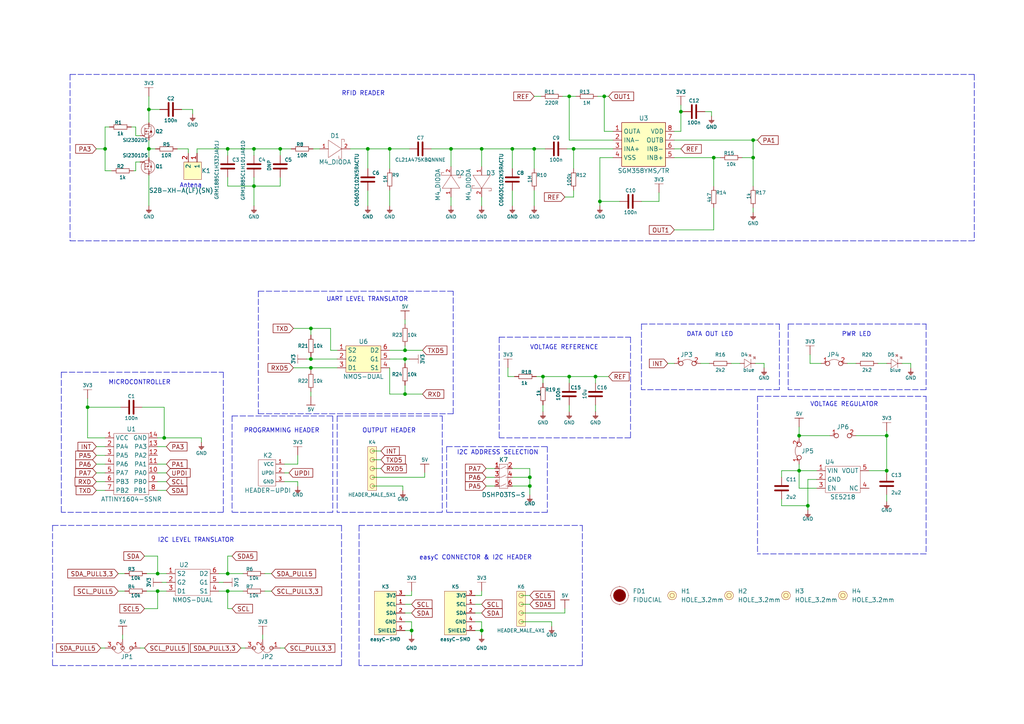
<source format=kicad_sch>
(kicad_sch (version 20211123) (generator eeschema)
  (paper "A4")
  (title_block (title "125kHz RFID UART board") (date "2024-10-03") (rev "V2.3.1.") (company "Soldered") (comment 1 "333154"))
  (lib_symbols
    (symbol "0603C_1" (pin_numbers hide) (pin_names (offset 0.002))
      (property "Reference" "C" (at 0 3.81 0))
      (property "Value" "0603C_1" (at 0 -3.175 0))
      (symbol "0603C_1_1_1"
        (pin passive line (at -3.175 0 0) (length 2.54) (name "~") (number "1"))
        (pin passive line (at 3.175 0 180) (length 2.54) (name "~") (number "2"))
      )
    )
    (symbol "0603C_2" (pin_numbers hide) (pin_names (offset 0.002))
      (property "Reference" "C" (at 0 3.81 0))
      (property "Value" "0603C_2" (at 0 -3.175 0))
      (symbol "0603C_2_1_1"
        (pin passive line (at -3.175 0 0) (length 2.54) (name "~") (number "1"))
        (pin passive line (at 3.175 0 180) (length 2.54) (name "~") (number "2"))
      )
    )
    (symbol "0603R_1" (pin_numbers hide) (pin_names (offset 0.254))
      (property "Reference" "R" (at 0 1.27 0))
      (property "Value" "0603R_1" (at 0 -1.905 0))
      (symbol "0603R_1_1_1"
        (pin passive line (at -3.175 0 0) (length 1.27) (name "~") (number "1"))
        (pin passive line (at 3.175 0 180) (length 1.27) (name "~") (number "2"))
      )
    )
    (symbol "0603R_2" (pin_numbers hide) (pin_names (offset 0.254))
      (property "Reference" "R" (at 0 1.27 0))
      (property "Value" "0603R_2" (at 0 -1.905 0))
      (symbol "0603R_2_1_1"
        (pin passive line (at -3.175 0 0) (length 1.27) (name "~") (number "1"))
        (pin passive line (at 3.175 0 180) (length 1.27) (name "~") (number "2"))
      )
    )
    (symbol "GND_11" (power) (pin_names (offset 0))
      (property "Value" "GND_11" (at 0 -2.921 0))
      (symbol "GND_11_1_1"
        (pin power_in line (at 0 0 270) (length 0) hide (name "GND") (number "1"))
      )
    )
    (symbol "GND_12" (power) (pin_names (offset 0))
      (property "Value" "GND_12" (at 0 -2.921 0))
      (symbol "GND_12_1_1"
        (pin power_in line (at 0 0 270) (length 0) hide (name "GND") (number "1"))
      )
    )
    (symbol "GND_13" (power) (pin_names (offset 0))
      (property "Value" "GND_13" (at 0 -2.921 0))
      (symbol "GND_13_1_1"
        (pin power_in line (at 0 0 270) (length 0) hide (name "GND") (number "1"))
      )
    )
    (symbol "GND_14" (power) (pin_names (offset 0))
      (property "Value" "GND_14" (at 0 -2.921 0))
      (symbol "GND_14_1_1"
        (pin power_in line (at 0 0 270) (length 0) hide (name "GND") (number "1"))
      )
    )
    (symbol "GND_15" (power) (pin_names (offset 0))
      (property "Value" "GND_15" (at 0 -2.921 0))
      (symbol "GND_15_1_1"
        (pin power_in line (at 0 0 270) (length 0) hide (name "GND") (number "1"))
      )
    )
    (symbol "GND_16" (power) (pin_names (offset 0))
      (property "Value" "GND_16" (at 0 -2.921 0))
      (symbol "GND_16_1_1"
        (pin power_in line (at 0 0 270) (length 0) hide (name "GND") (number "1"))
      )
    )
    (symbol "GND_17" (power) (pin_names (offset 0))
      (property "Value" "GND_17" (at 0 -2.921 0))
      (symbol "GND_17_1_1"
        (pin power_in line (at 0 0 270) (length 0) hide (name "GND") (number "1"))
      )
    )
    (symbol "GND_18" (power) (pin_names (offset 0))
      (property "Value" "GND_18" (at 0 -2.921 0))
      (symbol "GND_18_1_1"
        (pin power_in line (at 0 0 270) (length 0) hide (name "GND") (number "1"))
      )
    )
    (symbol "GND_2" (power) (pin_names (offset 0))
      (property "Value" "GND_2" (at 0 -2.921 0))
      (symbol "GND_2_1_1"
        (pin power_in line (at 0 0 270) (length 0) hide (name "GND") (number "1"))
      )
    )
    (symbol "GND_20" (power) (pin_names (offset 0))
      (property "Value" "GND_20" (at 0 -2.921 0))
      (symbol "GND_20_1_1"
        (pin power_in line (at 0 0 270) (length 0) hide (name "GND") (number "1"))
      )
    )
    (symbol "GND_21" (power) (pin_names (offset 0))
      (property "Value" "GND_21" (at 0 -2.921 0))
      (symbol "GND_21_1_1"
        (pin power_in line (at 0 0 270) (length 0) hide (name "GND") (number "1"))
      )
    )
    (symbol "GND_22" (power) (pin_names (offset 0))
      (property "Value" "GND_22" (at 0 -2.921 0))
      (symbol "GND_22_1_1"
        (pin power_in line (at 0 0 270) (length 0) hide (name "GND") (number "1"))
      )
    )
    (symbol "GND_23" (power) (pin_names (offset 0))
      (property "Value" "GND_23" (at 0 -2.921 0))
      (symbol "GND_23_1_1"
        (pin power_in line (at 0 0 270) (length 0) hide (name "GND") (number "1"))
      )
    )
    (symbol "GND_24" (power) (pin_names (offset 0))
      (property "Value" "GND_24" (at 0 -2.921 0))
      (symbol "GND_24_1_1"
        (pin power_in line (at 0 0 270) (length 0) hide (name "GND") (number "1"))
      )
    )
    (symbol "GND_25" (power) (pin_names (offset 0))
      (property "Value" "GND_25" (at 0 -2.921 0))
      (symbol "GND_25_1_1"
        (pin power_in line (at 0 0 270) (length 0) hide (name "GND") (number "1"))
      )
    )
    (symbol "GND_26" (power) (pin_names (offset 0))
      (property "Value" "GND_26" (at 0 -2.921 0))
      (symbol "GND_26_1_1"
        (pin power_in line (at 0 0 270) (length 0) hide (name "GND") (number "1"))
      )
    )
    (symbol "GND_3" (power) (pin_names (offset 0))
      (property "Value" "GND_3" (at 0 -2.921 0))
      (symbol "GND_3_1_1"
        (pin power_in line (at 0 0 270) (length 0) hide (name "GND") (number "1"))
      )
    )
    (symbol "GND_4" (power) (pin_names (offset 0))
      (property "Value" "GND_4" (at 0 -2.921 0))
      (symbol "GND_4_1_1"
        (pin power_in line (at 0 0 270) (length 0) hide (name "GND") (number "1"))
      )
    )
    (symbol "GND_5" (power) (pin_names (offset 0))
      (property "Value" "GND_5" (at 0 -2.921 0))
      (symbol "GND_5_1_1"
        (pin power_in line (at 0 0 270) (length 0) hide (name "GND") (number "1"))
      )
    )
    (symbol "GND_6" (power) (pin_names (offset 0))
      (property "Value" "GND_6" (at 0 -2.921 0))
      (symbol "GND_6_1_1"
        (pin power_in line (at 0 0 270) (length 0) hide (name "GND") (number "1"))
      )
    )
    (symbol "GND_8" (power) (pin_names (offset 0))
      (property "Value" "GND_8" (at 0 -2.921 0))
      (symbol "GND_8_1_1"
        (pin power_in line (at 0 0 270) (length 0) hide (name "GND") (number "1"))
      )
    )
    (symbol "NMOS-DUAL_1"
      (property "Reference" "U" (at 0 5.08 0))
      (property "Value" "NMOS-DUAL_1" (at 0 -5.08 0))
      (symbol "NMOS-DUAL_1_1_1"
        (pin input line (at -7.62 2.54 0) (length 2.54) (name "S2") (number "1"))
        (pin input line (at -7.62 0 0) (length 2.54) (name "G2") (number "2"))
        (pin input line (at -7.62 -2.54 0) (length 2.54) (name "D1") (number "3"))
        (pin input line (at 7.62 -2.54 180) (length 2.54) (name "S1") (number "4"))
        (pin input line (at 7.62 0 180) (length 2.54) (name "G1") (number "5"))
        (pin input line (at 7.62 2.54 180) (length 2.54) (name "D2") (number "6"))
      )
    )
    (symbol "e-radionica.com schematics:0402LED" (pin_numbers hide) (pin_names (offset 0.254) hide)
      (property "Reference" "D" (at -0.635 2.54 0))
      (property "Value" "0402LED" (at 0 -2.54 0))
      (symbol "0402LED_1_1"
        (pin passive line (at -1.905 0 0) (length 1.27) (name "A") (number "1"))
        (pin passive line (at 2.54 0 180) (length 1.27) (name "K") (number "2"))
      )
    )
    (symbol "e-radionica.com schematics:0402R" (pin_numbers hide) (pin_names (offset 0.254))
      (property "Reference" "R" (at -1.905 1.27 0))
      (property "Value" "0402R" (at 0 -1.27 0))
      (symbol "0402R_1_1"
        (pin passive line (at -3.175 0 0) (length 1.27) (name "~") (number "1"))
        (pin passive line (at 3.175 0 180) (length 1.27) (name "~") (number "2"))
      )
    )
    (symbol "e-radionica.com schematics:0603C" (pin_numbers hide) (pin_names (offset 0.002))
      (property "Reference" "C" (at -0.635 3.175 0))
      (property "Value" "0603C" (at 0 -3.175 0))
      (symbol "0603C_1_1"
        (pin passive line (at -3.175 0 0) (length 2.54) (name "~") (number "1"))
        (pin passive line (at 3.175 0 180) (length 2.54) (name "~") (number "2"))
      )
    )
    (symbol "e-radionica.com schematics:0603R" (pin_numbers hide) (pin_names (offset 0.254))
      (property "Reference" "R" (at -1.905 1.905 0))
      (property "Value" "0603R" (at 0 -1.905 0))
      (symbol "0603R_1_1"
        (pin passive line (at -3.175 0 0) (length 1.27) (name "~") (number "1"))
        (pin passive line (at 3.175 0 180) (length 1.27) (name "~") (number "2"))
      )
    )
    (symbol "e-radionica.com schematics:0805C" (pin_numbers hide)
      (property "Reference" "C" (at -0.635 3.175 0))
      (property "Value" "0805C" (at 0 -3.175 0))
      (symbol "0805C_1_1"
        (pin passive line (at -3.175 0 0) (length 2.54) (name "~") (number "1"))
        (pin passive line (at 3.175 0 180) (length 2.54) (name "~") (number "2"))
      )
    )
    (symbol "e-radionica.com schematics:1206C" (pin_numbers hide)
      (property "Reference" "C" (at -0.635 3.175 0))
      (property "Value" "1206C" (at 0 -3.175 0))
      (symbol "1206C_1_1"
        (pin passive line (at -3.175 0 0) (length 2.54) (name "~") (number "1"))
        (pin passive line (at 3.175 0 180) (length 2.54) (name "~") (number "2"))
      )
    )
    (symbol "e-radionica.com schematics:3V3" (power) (pin_names (offset 0))
      (property "Value" "3V3" (at 0 3.556 0))
      (symbol "3V3_1_1"
        (pin power_in line (at 0 0 90) (length 0) hide (name "3V3") (number "1"))
      )
    )
    (symbol "e-radionica.com schematics:5V" (power) (pin_names (offset 0))
      (property "Value" "5V" (at 0 3.556 0))
      (symbol "5V_1_1"
        (pin power_in line (at 0 0 90) (length 0) hide (name "5V") (number "1"))
      )
    )
    (symbol "e-radionica.com schematics:ATTINY1604-SSNR"
      (property "Reference" "U" (at 0 10.16 0))
      (property "Value" "ATTINY1604-SSNR" (at 0 -10.16 0))
      (symbol "ATTINY1604-SSNR_1_1"
        (pin passive line (at -7.62 7.62 0) (length 2.54) (name "VCC") (number "1"))
        (pin passive line (at 7.62 -2.54 180) (length 2.54) (name "PA0") (number "10"))
        (pin passive line (at 7.62 0 180) (length 2.54) (name "PA1") (number "11"))
        (pin passive line (at 7.62 2.54 180) (length 2.54) (name "PA2") (number "12"))
        (pin passive line (at 7.62 5.08 180) (length 2.54) (name "PA3") (number "13"))
        (pin passive line (at 7.62 7.62 180) (length 2.54) (name "GND") (number "14"))
        (pin passive line (at -7.62 5.08 0) (length 2.54) (name "PA4") (number "2"))
        (pin passive line (at -7.62 2.54 0) (length 2.54) (name "PA5") (number "3"))
        (pin passive line (at -7.62 0 0) (length 2.54) (name "PA6") (number "4"))
        (pin passive line (at -7.62 -2.54 0) (length 2.54) (name "PA7") (number "5"))
        (pin passive line (at -7.62 -5.08 0) (length 2.54) (name "PB3") (number "6"))
        (pin passive line (at -7.62 -7.62 0) (length 2.54) (name "PB2") (number "7"))
        (pin passive line (at 7.62 -7.62 180) (length 2.54) (name "PB1") (number "8"))
        (pin passive line (at 7.62 -5.08 180) (length 2.54) (name "PB0") (number "9"))
      )
    )
    (symbol "e-radionica.com schematics:DSHP03TS-S"
      (property "Reference" "K" (at 0 5.08 0))
      (property "Value" "DSHP03TS-S" (at 0 -5.08 0))
      (symbol "DSHP03TS-S_1_1"
        (pin bidirectional line (at -2.54 2.54 0) (length 1.27) (name "~") (number "1"))
        (pin bidirectional line (at 2.54 2.54 180) (length 1.27) (name "~") (number "2"))
        (pin bidirectional line (at -2.54 0 0) (length 1.27) (name "~") (number "3"))
        (pin bidirectional line (at 2.54 0 180) (length 1.27) (name "~") (number "4"))
        (pin bidirectional line (at -2.54 -2.54 0) (length 1.27) (name "~") (number "5"))
        (pin bidirectional line (at 2.54 -2.54 180) (length 1.27) (name "~") (number "6"))
      )
    )
    (symbol "e-radionica.com schematics:FIDUCIAL" (in_bom no)
      (property "Reference" "FD" (at 0 3.81 0))
      (property "Value" "FIDUCIAL" (at 0 -3.81 0))
    )
    (symbol "e-radionica.com schematics:GND" (power) (pin_names (offset 0))
      (property "Value" "GND" (at 0 -2.921 0))
      (symbol "GND_1_1"
        (pin power_in line (at 0 0 270) (length 0) hide (name "GND") (number "1"))
      )
    )
    (symbol "e-radionica.com schematics:HEADER-UPDI"
      (property "Reference" "K" (at -1.27 5.08 0))
      (property "Value" "HEADER-UPDI" (at 0 -5.08 0))
      (symbol "HEADER-UPDI_1_1"
        (pin power_in line (at 5.08 2.54 180) (length 2.54) (name "VCC") (number "1"))
        (pin bidirectional line (at 5.08 0 180) (length 2.54) (name "UPDI") (number "2"))
        (pin power_in line (at 5.08 -2.54 180) (length 2.54) (name "GND") (number "3"))
      )
    )
    (symbol "e-radionica.com schematics:HEADER_MALE_4X1" (pin_numbers hide) (pin_names hide)
      (property "Reference" "K" (at -0.635 7.62 0))
      (property "Value" "HEADER_MALE_4X1" (at 0 -5.08 0))
      (symbol "HEADER_MALE_4X1_1_1"
        (pin passive line (at 0 -2.54 180) (length 0) (name "~") (number "1"))
        (pin passive line (at 0 0 180) (length 0) (name "~") (number "2"))
        (pin passive line (at 0 2.54 180) (length 0) (name "~") (number "3"))
        (pin passive line (at 0 5.08 180) (length 0) (name "~") (number "4"))
      )
    )
    (symbol "e-radionica.com schematics:HEADER_MALE_5X1" (pin_numbers hide) (pin_names hide)
      (property "Reference" "K" (at -0.635 7.62 0))
      (property "Value" "HEADER_MALE_5X1" (at 0.635 -7.62 0))
      (symbol "HEADER_MALE_5X1_1_1"
        (pin passive line (at 0 -5.08 180) (length 0) (name "~") (number "1"))
        (pin passive line (at 0 -2.54 180) (length 0) (name "~") (number "2"))
        (pin passive line (at 0 0 180) (length 0) (name "~") (number "3"))
        (pin passive line (at 0 2.54 180) (length 0) (name "~") (number "4"))
        (pin passive line (at 0 5.08 180) (length 0) (name "~") (number "5"))
      )
    )
    (symbol "e-radionica.com schematics:HOLE_3.2mm" (pin_numbers hide) (pin_names hide)
      (property "Reference" "H" (at 0 2.54 0))
      (property "Value" "HOLE_3.2mm" (at 0 -2.54 0))
    )
    (symbol "e-radionica.com schematics:M4_DIODA" (pin_names hide)
      (property "Reference" "D" (at 0 3.81 0))
      (property "Value" "M4_DIODA" (at 0 -4.572 0))
      (symbol "M4_DIODA_1_1"
        (pin passive line (at -5.08 0 0) (length 2.54) (name "A") (number "1"))
        (pin passive line (at 3.81 0 180) (length 2.54) (name "K") (number "2"))
      )
    )
    (symbol "e-radionica.com schematics:NMOS-DUAL"
      (property "Reference" "U" (at -3.81 5.08 0))
      (property "Value" "NMOS-DUAL" (at 0 -5.08 0))
      (symbol "NMOS-DUAL_1_1"
        (pin input line (at -7.62 2.54 0) (length 2.54) (name "S2") (number "1"))
        (pin input line (at -7.62 0 0) (length 2.54) (name "G2") (number "2"))
        (pin input line (at -7.62 -2.54 0) (length 2.54) (name "D1") (number "3"))
        (pin input line (at 7.62 -2.54 180) (length 2.54) (name "S1") (number "4"))
        (pin input line (at 7.62 0 180) (length 2.54) (name "G1") (number "5"))
        (pin input line (at 7.62 2.54 180) (length 2.54) (name "D2") (number "6"))
      )
    )
    (symbol "e-radionica.com schematics:NMOS-SOT-23-3" (pin_numbers hide) (pin_names hide)
      (property "Reference" "Q" (at -1.143 2.921 0))
      (property "Value" "NMOS-SOT-23-3" (at 1.524 -3.937 0))
      (symbol "NMOS-SOT-23-3_1_1"
        (pin passive line (at -1.27 -1.27 0) (length 1.27) (name "G") (number "1"))
        (pin passive line (at 1.27 -2.54 90) (length 1.27) (name "S") (number "2"))
        (pin passive line (at 1.27 2.54 270) (length 1.27) (name "D") (number "3"))
      )
    )
    (symbol "e-radionica.com schematics:PMOS-SOT-23-3" (pin_numbers hide) (pin_names hide)
      (property "Reference" "Q" (at -1.27 2.54 0))
      (property "Value" "PMOS-SOT-23-3" (at 0.381 -4.064 0))
      (symbol "PMOS-SOT-23-3_1_1"
        (pin passive line (at -1.27 -1.27 0) (length 1.27) (name "G") (number "1"))
        (pin passive line (at 1.27 -2.54 90) (length 1.27) (name "S") (number "2"))
        (pin passive line (at 1.27 2.54 270) (length 1.27) (name "D") (number "3"))
      )
    )
    (symbol "e-radionica.com schematics:S2B-XH-A(LF)(SN)"
      (property "Reference" "K" (at 0 3.81 0))
      (property "Value" "S2B-XH-A(LF)(SN)" (at 0 -3.81 0))
      (symbol "S2B-XH-A(LF)(SN)_1_1"
        (pin input line (at -5.08 1.27 0) (length 2.54) (name "1") (number "1"))
        (pin input line (at -5.08 -1.27 0) (length 2.54) (name "2") (number "2"))
      )
    )
    (symbol "e-radionica.com schematics:SE5218"
      (property "Reference" "U" (at -3.81 5.08 0))
      (property "Value" "SE5218" (at 0 -5.08 0))
      (symbol "SE5218_1_1"
        (pin power_in line (at -7.62 2.54 0) (length 2.54) (name "VIN") (number "1"))
        (pin power_in line (at -7.62 0 0) (length 2.54) (name "GND") (number "2"))
        (pin input line (at -7.62 -2.54 0) (length 2.54) (name "EN") (number "3"))
        (pin passive line (at 7.62 -2.54 180) (length 2.54) (name "NC") (number "4"))
        (pin power_out line (at 7.62 2.54 180) (length 2.54) (name "VOUT") (number "5"))
      )
    )
    (symbol "e-radionica.com schematics:SGM358YMS{slash}TR"
      (property "Reference" "U" (at 0 7.62 0))
      (property "Value" "SGM358YMS{slash}TR" (at 0 -7.62 0))
      (symbol "SGM358YMS{slash}TR_1_1"
        (pin output line (at -8.89 3.81 0) (length 2.54) (name "OUTA") (number "1"))
        (pin input line (at -8.89 1.27 0) (length 2.54) (name "INA-") (number "2"))
        (pin input line (at -8.89 -1.27 0) (length 2.54) (name "INA+") (number "3"))
        (pin input line (at -8.89 -3.81 0) (length 2.54) (name "VSS") (number "4"))
        (pin input line (at 8.89 -3.81 180) (length 2.54) (name "INB+") (number "5"))
        (pin input line (at 8.89 -1.27 180) (length 2.54) (name "INB-") (number "6"))
        (pin output line (at 8.89 1.27 180) (length 2.54) (name "OUTB") (number "7"))
        (pin input line (at 8.89 3.81 180) (length 2.54) (name "VDD") (number "8"))
      )
    )
    (symbol "e-radionica.com schematics:SMD-JUMPER-CONNECTED_TRACE_SLODERMASK"
      (property "Reference" "JP" (at 0 3.556 0))
      (property "Value" "SMD-JUMPER-CONNECTED_TRACE_SLODERMASK" (at 0 -2.54 0))
      (symbol "SMD-JUMPER-CONNECTED_TRACE_SLODERMASK_1_1"
        (pin passive inverted (at -3.81 0 0) (length 2.54) (name "") (number "1"))
        (pin passive inverted (at 3.81 0 180) (length 2.54) (name "") (number "2"))
      )
    )
    (symbol "e-radionica.com schematics:SMD-JUMPER-CONNECTED_TRACE_SOLDERMASK"
      (property "Reference" "JP" (at 0 3.556 0))
      (property "Value" "SMD-JUMPER-CONNECTED_TRACE_SOLDERMASK" (at 0 -2.54 0))
      (symbol "SMD-JUMPER-CONNECTED_TRACE_SOLDERMASK_1_1"
        (pin passive inverted (at -3.81 0 0) (length 2.54) (name "") (number "1"))
        (pin passive inverted (at 3.81 0 180) (length 2.54) (name "") (number "2"))
      )
    )
    (symbol "e-radionica.com schematics:SMD_JUMPER"
      (property "Reference" "JP" (at 0 1.397 0))
      (property "Value" "SMD_JUMPER" (at 0.508 -3.048 0))
      (symbol "SMD_JUMPER_1_1"
        (pin passive inverted (at -3.81 0 0) (length 2.54) (name "") (number "1"))
        (pin passive inverted (at 3.81 0 180) (length 2.54) (name "") (number "2"))
      )
    )
    (symbol "e-radionica.com schematics:SMD_JUMPER_3_PAD_TRACE"
      (property "Reference" "JP" (at 0.0254 5.461 0))
      (property "Value" "SMD_JUMPER_3_PAD_TRACE" (at 0.3048 -4.572 0))
      (symbol "SMD_JUMPER_3_PAD_TRACE_1_1"
        (pin input line (at -5.08 0 0) (length 2.54) (name "") (number "1"))
        (pin input line (at 0 -2.54 90) (length 2.54) (name "") (number "2"))
        (pin input line (at 5.08 0 180) (length 2.54) (name "") (number "3"))
      )
    )
    (symbol "e-radionica.com schematics:SMD_JUMPER_3_PAD_TRACE_1"
      (property "Reference" "JP" (at 0.0254 5.461 0))
      (property "Value" "SMD_JUMPER_3_PAD_TRACE" (at 0.3048 -4.572 0))
      (symbol "SMD_JUMPER_3_PAD_TRACE_1_1_1"
        (pin input line (at -5.08 0 0) (length 2.54) (name "") (number "1"))
        (pin input line (at 0 -2.54 90) (length 2.54) (name "") (number "2"))
        (pin input line (at 5.08 0 180) (length 2.54) (name "") (number "3"))
      )
    )
    (symbol "e-radionica.com schematics:easyC-SMD" (pin_names (offset 0.002))
      (property "Reference" "K" (at -2.54 10.16 0))
      (property "Value" "easyC-SMD" (at 0 -5.08 0))
      (symbol "easyC-SMD_1_1"
        (pin passive line (at 5.715 5.08 180) (length 2.54) (name "SCL") (number "1"))
        (pin passive line (at 5.715 2.54 180) (length 2.54) (name "SDA") (number "2"))
        (pin passive line (at 5.715 7.62 180) (length 2.54) (name "3V3") (number "3"))
        (pin passive line (at 5.715 0 180) (length 2.54) (name "GND") (number "4"))
        (pin passive line (at 5.715 -2.54 180) (length 2.54) (name "SHIELD") (number "5"))
      )
    )
  )
  (junction (at 165.1 109.22) (diameter 0.9144))
  (junction (at 257.175 136.525) (diameter 0.9144))
  (junction (at 165.1 27.94) (diameter 0.9144))
  (junction (at 73.66 53.975) (diameter 0.9144))
  (junction (at 139.7 182.88) (diameter 0.9144))
  (junction (at 197.485 32.385))
  (junction (at 73.66 43.18) (diameter 0.9144))
  (junction (at 139.7 43.18) (diameter 0.9144))
  (junction (at 207.01 45.72) (diameter 0.9144))
  (junction (at 43.18 31.75))
  (junction (at 148.59 43.18) (diameter 0.9144))
  (junction (at 117.475 114.3))
  (junction (at 218.44 45.72))
  (junction (at 117.475 101.6))
  (junction (at 257.175 126.365) (diameter 0.9144))
  (junction (at 218.44 40.64))
  (junction (at 66.04 171.45) (diameter 0.9144))
  (junction (at 90.17 104.14))
  (junction (at 166.37 43.18) (diameter 0.9144))
  (junction (at 45.72 171.45) (diameter 0.9144))
  (junction (at 117.475 104.14))
  (junction (at 43.18 43.18))
  (junction (at 119.38 182.88) (diameter 0.9144))
  (junction (at 173.99 58.42))
  (junction (at 30.48 43.18))
  (junction (at 153.67 138.43) (diameter 0.9144))
  (junction (at 81.28 43.18) (diameter 0.9144))
  (junction (at 66.04 166.37) (diameter 0.9144))
  (junction (at 25.4 118.11) (diameter 0.9144))
  (junction (at 234.315 146.685) (diameter 0.9144))
  (junction (at 45.72 166.37) (diameter 0.9144))
  (junction (at 157.48 109.22) (diameter 0.9144))
  (junction (at 172.72 109.22) (diameter 0.9144))
  (junction (at 231.775 126.365))
  (junction (at 90.17 106.68))
  (junction (at 47.625 127) (diameter 0.9144))
  (junction (at 106.68 43.18) (diameter 0.9144))
  (junction (at 113.03 43.18) (diameter 0.9144))
  (junction (at 175.26 27.94) (diameter 0.9144))
  (junction (at 130.81 43.18) (diameter 0.9144))
  (junction (at 153.67 140.97) (diameter 0.9144))
  (junction (at 154.94 43.18) (diameter 0.9144))
  (junction (at 90.17 95.25))
  (junction (at 231.775 136.525) (diameter 0.9144))
  (junction (at 66.04 43.18) (diameter 0.9144))
  (wire (pts (xy 117.475 100.33) (xy 117.475 101.6)))
  (wire (pts (xy 113.03 114.3) (xy 117.475 114.3)))
  (wire (pts (xy 165.1 117.475) (xy 165.1 119.38)))
  (wire (pts (xy 45.72 171.45) (xy 48.26 171.45)))
  (wire (pts (xy 139.7 182.88) (xy 139.7 184.15)))
  (wire (pts (xy 166.37 43.18) (xy 166.37 48.895)))
  (wire (pts (xy 30.48 43.18) (xy 30.48 49.53)))
  (wire (pts (xy 163.83 177.8) (xy 163.83 176.53)))
  (wire (pts (xy 148.59 135.89) (xy 153.67 135.89)))
  (wire (pts (xy 90.17 95.25) (xy 90.17 97.155)))
  (wire (pts (xy 226.695 146.685) (xy 234.315 146.685)))
  (wire (pts (xy 117.475 104.14) (xy 117.475 105.41)))
  (wire (pts (xy 45.72 139.7) (xy 48.26 139.7)))
  (polyline (pts (xy 74.93 120.015) (xy 131.445 120.015)))
  (wire (pts (xy 160.02 180.34) (xy 160.02 181.61)))
  (wire (pts (xy 107.95 133.35) (xy 110.49 133.35)))
  (wire (pts (xy 151.13 172.72) (xy 153.67 172.72)))
  (wire (pts (xy 139.7 57.15) (xy 139.7 59.69)))
  (wire (pts (xy 257.175 126.365) (xy 257.175 136.525)))
  (wire (pts (xy 57.15 43.18) (xy 57.15 44.45)))
  (wire (pts (xy 117.475 172.72) (xy 119.38 172.72)))
  (wire (pts (xy 117.475 182.88) (xy 119.38 182.88)))
  (wire (pts (xy 30.48 36.83) (xy 30.48 43.18)))
  (wire (pts (xy 125.095 43.18) (xy 130.81 43.18)))
  (wire (pts (xy 97.79 101.6) (xy 95.885 101.6)))
  (wire (pts (xy 137.795 182.88) (xy 139.7 182.88)))
  (wire (pts (xy 164.465 43.18) (xy 166.37 43.18)))
  (wire (pts (xy 166.37 43.18) (xy 177.8 43.18)))
  (wire (pts (xy 43.18 35.56) (xy 43.18 31.75)))
  (wire (pts (xy 43.18 31.75) (xy 43.18 27.94)))
  (wire (pts (xy 46.355 31.75) (xy 43.18 31.75)))
  (wire (pts (xy 95.885 95.25) (xy 90.17 95.25)))
  (wire (pts (xy 219.71 40.64) (xy 218.44 40.64)))
  (wire (pts (xy 130.81 43.18) (xy 139.7 43.18)))
  (wire (pts (xy 130.81 48.26) (xy 130.81 43.18)))
  (wire (pts (xy 172.72 109.22) (xy 176.53 109.22)))
  (wire (pts (xy 85.09 95.25) (xy 90.17 95.25)))
  (wire (pts (xy 231.775 141.605) (xy 231.775 136.525)))
  (polyline (pts (xy 97.79 120.65) (xy 97.79 148.59)) (stroke (width 0) (type dash)))
  (polyline (pts (xy 97.79 120.65) (xy 128.27 120.65)) (stroke (width 0) (type dash)))
  (polyline (pts (xy 128.27 120.65) (xy 128.27 148.59)) (stroke (width 0) (type dash)))
  (polyline (pts (xy 128.27 148.59) (xy 97.79 148.59)) (stroke (width 0) (type dash)))
  (wire (pts (xy 43.18 50.8) (xy 43.18 59.69)))
  (wire (pts (xy 66.04 51.435) (xy 66.04 53.975)))
  (wire (pts (xy 66.04 53.975) (xy 73.66 53.975)))
  (wire (pts (xy 67.31 161.29) (xy 66.04 161.29)))
  (wire (pts (xy 173.99 59.69) (xy 173.99 58.42)))
  (wire (pts (xy 52.705 31.75) (xy 55.88 31.75)))
  (wire (pts (xy 55.88 31.75) (xy 55.88 33.02)))
  (wire (pts (xy 234.315 139.065) (xy 234.315 146.685)))
  (wire (pts (xy 38.735 49.53) (xy 39.37 49.53)))
  (wire (pts (xy 218.44 45.72) (xy 215.265 45.72)))
  (wire (pts (xy 73.66 43.18) (xy 66.04 43.18)))
  (wire (pts (xy 81.28 43.18) (xy 73.66 43.18)))
  (wire (pts (xy 81.28 45.085) (xy 81.28 43.18)))
  (wire (pts (xy 34.29 171.45) (xy 36.195 171.45)))
  (polyline (pts (xy 74.93 84.455) (xy 74.93 120.015)))
  (wire (pts (xy 234.315 146.685) (xy 234.315 147.955)))
  (wire (pts (xy 153.67 140.97) (xy 153.67 143.51)))
  (polyline (pts (xy 129.54 129.54) (xy 158.75 129.54)) (stroke (width 0) (type dash)))
  (wire (pts (xy 117.475 180.34) (xy 119.38 180.34)))
  (wire (pts (xy 45.72 176.53) (xy 45.72 171.45)))
  (wire (pts (xy 51.435 43.18) (xy 54.61 43.18)))
  (wire (pts (xy 54.61 43.18) (xy 54.61 44.45)))
  (wire (pts (xy 39.37 39.37) (xy 39.37 36.83)))
  (wire (pts (xy 148.59 55.245) (xy 148.59 59.69)))
  (wire (pts (xy 140.97 138.43) (xy 143.51 138.43)))
  (wire (pts (xy 151.13 177.8) (xy 163.83 177.8)))
  (wire (pts (xy 197.485 32.385) (xy 197.485 30.48)))
  (wire (pts (xy 107.95 140.97) (xy 116.84 140.97)))
  (polyline (pts (xy 158.75 148.59) (xy 129.54 148.59)) (stroke (width 0) (type dash)))
  (polyline (pts (xy 268.605 93.98) (xy 268.605 113.03)) (stroke (width 0) (type dash)))
  (wire (pts (xy 66.04 171.45) (xy 70.485 171.45)))
  (polyline (pts (xy 268.605 114.935) (xy 268.605 160.655)) (stroke (width 0) (type dash)))
  (wire (pts (xy 76.835 171.45) (xy 78.74 171.45)))
  (wire (pts (xy 140.97 140.97) (xy 143.51 140.97)))
  (polyline (pts (xy 226.06 113.03) (xy 186.055 113.03)) (stroke (width 0) (type dash)))
  (wire (pts (xy 163.83 57.15) (xy 166.37 57.15)))
  (wire (pts (xy 166.37 57.15) (xy 166.37 55.245)))
  (wire (pts (xy 257.175 143.51) (xy 257.175 145.415)))
  (wire (pts (xy 218.44 40.64) (xy 195.58 40.64)))
  (wire (pts (xy 43.18 43.18) (xy 45.085 43.18)))
  (wire (pts (xy 73.66 53.975) (xy 73.66 59.69)))
  (wire (pts (xy 236.855 141.605) (xy 231.775 141.605)))
  (wire (pts (xy 234.95 105.41) (xy 234.95 102.87)))
  (wire (pts (xy 117.475 177.8) (xy 119.38 177.8)))
  (wire (pts (xy 139.7 180.34) (xy 139.7 182.88)))
  (wire (pts (xy 43.18 40.64) (xy 43.18 43.18)))
  (wire (pts (xy 25.4 115.57) (xy 25.4 118.11)))
  (wire (pts (xy 25.4 118.11) (xy 25.4 127)))
  (wire (pts (xy 107.95 130.81) (xy 110.49 130.81)))
  (wire (pts (xy 42.545 171.45) (xy 45.72 171.45)))
  (wire (pts (xy 43.18 45.72) (xy 43.18 43.18)))
  (wire (pts (xy 90.17 106.68) (xy 97.79 106.68)))
  (wire (pts (xy 40.64 39.37) (xy 39.37 39.37)))
  (wire (pts (xy 90.805 43.18) (xy 92.71 43.18)))
  (wire (pts (xy 41.91 176.53) (xy 45.72 176.53)))
  (wire (pts (xy 27.94 129.54) (xy 30.48 129.54)))
  (wire (pts (xy 177.8 40.64) (xy 165.1 40.64)))
  (wire (pts (xy 25.4 118.11) (xy 34.925 118.11)))
  (wire (pts (xy 40.64 187.96) (xy 41.91 187.96)))
  (wire (pts (xy 264.16 105.41) (xy 264.16 106.68)))
  (wire (pts (xy 137.795 175.26) (xy 139.7 175.26)))
  (wire (pts (xy 231.775 134.62) (xy 231.775 136.525)))
  (wire (pts (xy 195.58 66.675) (xy 207.01 66.675)))
  (wire (pts (xy 90.17 113.665) (xy 90.17 114.935)))
  (wire (pts (xy 66.04 176.53) (xy 66.04 171.45)))
  (wire (pts (xy 27.94 142.24) (xy 30.48 142.24)))
  (wire (pts (xy 157.48 117.475) (xy 157.48 119.38)))
  (wire (pts (xy 30.48 49.53) (xy 32.385 49.53)))
  (wire (pts (xy 218.44 45.72) (xy 218.44 53.975)))
  (wire (pts (xy 113.03 55.245) (xy 113.03 59.69)))
  (wire (pts (xy 154.94 55.245) (xy 154.94 59.69)))
  (wire (pts (xy 236.855 136.525) (xy 231.775 136.525)))
  (wire (pts (xy 139.7 43.18) (xy 148.59 43.18)))
  (wire (pts (xy 148.59 43.18) (xy 154.94 43.18)))
  (wire (pts (xy 154.94 43.18) (xy 158.115 43.18)))
  (wire (pts (xy 85.09 106.68) (xy 90.17 106.68)))
  (wire (pts (xy 173.99 58.42) (xy 179.705 58.42)))
  (wire (pts (xy 191.135 55.88) (xy 191.135 58.42)))
  (wire (pts (xy 248.285 126.365) (xy 257.175 126.365)))
  (wire (pts (xy 119.38 172.72) (xy 119.38 171.45)))
  (wire (pts (xy 236.855 139.065) (xy 234.315 139.065)))
  (polyline (pts (xy 131.445 120.015) (xy 131.445 84.455)))
  (wire (pts (xy 175.26 27.94) (xy 176.53 27.94)))
  (wire (pts (xy 165.1 40.64) (xy 165.1 27.94)))
  (wire (pts (xy 106.68 55.245) (xy 106.68 59.69)))
  (wire (pts (xy 218.44 60.325) (xy 218.44 61.595)))
  (wire (pts (xy 27.94 43.18) (xy 30.48 43.18)))
  (polyline (pts (xy 67.31 120.65) (xy 96.52 120.65)) (stroke (width 0) (type dash)))
  (polyline (pts (xy 268.605 113.03) (xy 228.6 113.03)) (stroke (width 0) (type dash)))
  (wire (pts (xy 195.58 43.18) (xy 197.485 43.18)))
  (wire (pts (xy 218.44 40.64) (xy 218.44 45.72)))
  (wire (pts (xy 30.48 36.83) (xy 31.75 36.83)))
  (wire (pts (xy 45.72 166.37) (xy 48.26 166.37)))
  (polyline (pts (xy 219.71 114.935) (xy 219.71 160.655)) (stroke (width 0) (type dash)))
  (wire (pts (xy 76.835 166.37) (xy 78.74 166.37)))
  (wire (pts (xy 221.615 105.41) (xy 219.075 105.41)))
  (wire (pts (xy 113.03 101.6) (xy 117.475 101.6)))
  (wire (pts (xy 212.09 105.41) (xy 214.63 105.41)))
  (polyline (pts (xy 186.055 93.98) (xy 226.06 93.98)) (stroke (width 0) (type dash)))
  (wire (pts (xy 198.12 32.385) (xy 197.485 32.385)))
  (wire (pts (xy 117.475 104.14) (xy 118.745 104.14)))
  (wire (pts (xy 117.475 92.71) (xy 117.475 93.98)))
  (wire (pts (xy 148.59 43.18) (xy 148.59 48.895)))
  (polyline (pts (xy 186.055 93.98) (xy 186.055 113.03)) (stroke (width 0) (type dash)))
  (wire (pts (xy 107.95 135.89) (xy 110.49 135.89)))
  (wire (pts (xy 226.695 144.78) (xy 226.695 146.685)))
  (wire (pts (xy 195.58 38.1) (xy 197.485 38.1)))
  (wire (pts (xy 73.66 51.435) (xy 73.66 53.975)))
  (wire (pts (xy 137.795 180.34) (xy 139.7 180.34)))
  (wire (pts (xy 101.6 43.18) (xy 106.68 43.18)))
  (wire (pts (xy 106.68 43.18) (xy 113.03 43.18)))
  (wire (pts (xy 119.38 182.88) (xy 119.38 184.15)))
  (wire (pts (xy 122.555 114.3) (xy 117.475 114.3)))
  (wire (pts (xy 39.37 36.83) (xy 38.1 36.83)))
  (wire (pts (xy 153.67 135.89) (xy 153.67 138.43)))
  (wire (pts (xy 45.72 161.29) (xy 45.72 166.37)))
  (wire (pts (xy 119.38 180.34) (xy 119.38 182.88)))
  (wire (pts (xy 137.795 172.72) (xy 139.7 172.72)))
  (wire (pts (xy 207.01 60.325) (xy 207.01 66.675)))
  (wire (pts (xy 154.94 43.18) (xy 154.94 48.895)))
  (wire (pts (xy 90.17 106.68) (xy 90.17 107.315)))
  (wire (pts (xy 245.745 105.41) (xy 248.285 105.41)))
  (wire (pts (xy 69.85 187.96) (xy 71.12 187.96)))
  (polyline (pts (xy 20.32 21.59) (xy 20.32 69.85)) (stroke (width 0) (type dash)))
  (polyline (pts (xy 20.32 21.59) (xy 282.575 21.59)) (stroke (width 0) (type dash)))
  (polyline (pts (xy 282.575 21.59) (xy 282.575 69.85)) (stroke (width 0) (type dash)))
  (polyline (pts (xy 282.575 69.85) (xy 20.32 69.85)) (stroke (width 0) (type dash)))
  (wire (pts (xy 34.29 166.37) (xy 36.195 166.37)))
  (wire (pts (xy 41.91 161.29) (xy 45.72 161.29)))
  (wire (pts (xy 90.17 104.14) (xy 97.79 104.14)))
  (wire (pts (xy 154.94 27.94) (xy 156.845 27.94)))
  (wire (pts (xy 231.775 126.365) (xy 231.775 127)))
  (wire (pts (xy 46.99 168.91) (xy 48.26 168.91)))
  (wire (pts (xy 165.1 109.22) (xy 165.1 111.125)))
  (polyline (pts (xy 226.06 93.98) (xy 226.06 113.03)) (stroke (width 0) (type dash)))
  (wire (pts (xy 63.5 171.45) (xy 66.04 171.45)))
  (wire (pts (xy 254.635 105.41) (xy 257.175 105.41)))
  (wire (pts (xy 39.37 46.99) (xy 39.37 49.53)))
  (wire (pts (xy 35.56 184.15) (xy 35.56 185.42)))
  (polyline (pts (xy 219.71 114.935) (xy 268.605 114.935)) (stroke (width 0) (type dash)))
  (wire (pts (xy 140.97 135.89) (xy 143.51 135.89)))
  (wire (pts (xy 193.675 105.41) (xy 195.58 105.41)))
  (wire (pts (xy 107.95 138.43) (xy 123.19 138.43)))
  (wire (pts (xy 27.94 139.7) (xy 30.48 139.7)))
  (wire (pts (xy 106.68 43.18) (xy 106.68 48.895)))
  (wire (pts (xy 82.55 139.7) (xy 86.36 139.7)))
  (wire (pts (xy 86.36 139.7) (xy 86.36 140.97)))
  (wire (pts (xy 113.03 43.18) (xy 113.03 48.895)))
  (wire (pts (xy 76.2 184.15) (xy 76.2 185.42)))
  (wire (pts (xy 81.28 187.96) (xy 82.55 187.96)))
  (wire (pts (xy 172.72 117.475) (xy 172.72 119.38)))
  (wire (pts (xy 257.175 136.525) (xy 257.175 137.16)))
  (wire (pts (xy 137.795 177.8) (xy 139.7 177.8)))
  (wire (pts (xy 90.17 103.505) (xy 90.17 104.14)))
  (wire (pts (xy 63.5 166.37) (xy 66.04 166.37)))
  (wire (pts (xy 57.15 43.18) (xy 66.04 43.18)))
  (wire (pts (xy 66.04 45.085) (xy 66.04 43.18)))
  (wire (pts (xy 73.66 53.975) (xy 81.28 53.975)))
  (wire (pts (xy 81.28 51.435) (xy 81.28 53.975)))
  (wire (pts (xy 63.5 168.91) (xy 64.77 168.91)))
  (wire (pts (xy 226.695 138.43) (xy 226.695 136.525)))
  (polyline (pts (xy 228.6 93.98) (xy 228.6 113.03)) (stroke (width 0) (type dash)))
  (wire (pts (xy 221.615 105.41) (xy 221.615 106.68)))
  (wire (pts (xy 113.03 104.14) (xy 117.475 104.14)))
  (wire (pts (xy 27.94 134.62) (xy 30.48 134.62)))
  (wire (pts (xy 206.375 32.385) (xy 204.47 32.385)))
  (wire (pts (xy 148.59 140.97) (xy 153.67 140.97)))
  (polyline (pts (xy 67.31 120.65) (xy 67.31 148.59)) (stroke (width 0) (type dash)))
  (polyline (pts (xy 15.24 152.4) (xy 15.24 193.04)) (stroke (width 0) (type dash)))
  (polyline (pts (xy 15.24 152.4) (xy 99.06 152.4)) (stroke (width 0) (type dash)))
  (polyline (pts (xy 99.06 152.4) (xy 99.06 193.04)) (stroke (width 0) (type dash)))
  (polyline (pts (xy 99.06 193.04) (xy 15.24 193.04)) (stroke (width 0) (type dash)))
  (wire (pts (xy 173.99 45.72) (xy 173.99 58.42)))
  (polyline (pts (xy 129.54 129.54) (xy 129.54 148.59)) (stroke (width 0) (type dash)))
  (wire (pts (xy 139.7 48.26) (xy 139.7 43.18)))
  (wire (pts (xy 257.175 125.095) (xy 257.175 126.365)))
  (wire (pts (xy 231.775 123.825) (xy 231.775 126.365)))
  (wire (pts (xy 117.475 101.6) (xy 122.555 101.6)))
  (wire (pts (xy 82.55 134.62) (xy 86.36 134.62)))
  (wire (pts (xy 86.36 134.62) (xy 86.36 132.08)))
  (wire (pts (xy 95.885 101.6) (xy 95.885 95.25)))
  (wire (pts (xy 155.575 109.22) (xy 157.48 109.22)))
  (wire (pts (xy 157.48 109.22) (xy 165.1 109.22)))
  (wire (pts (xy 165.1 109.22) (xy 172.72 109.22)))
  (wire (pts (xy 172.72 109.22) (xy 172.72 111.125)))
  (wire (pts (xy 151.13 175.26) (xy 153.67 175.26)))
  (wire (pts (xy 66.04 161.29) (xy 66.04 166.37)))
  (wire (pts (xy 45.72 127) (xy 47.625 127)))
  (wire (pts (xy 47.625 127) (xy 58.42 127)))
  (wire (pts (xy 58.42 127) (xy 58.42 128.27)))
  (wire (pts (xy 81.28 43.18) (xy 84.455 43.18)))
  (wire (pts (xy 153.67 138.43) (xy 153.67 140.97)))
  (wire (pts (xy 226.695 136.525) (xy 231.775 136.525)))
  (wire (pts (xy 45.72 134.62) (xy 48.26 134.62)))
  (wire (pts (xy 151.13 180.34) (xy 160.02 180.34)))
  (wire (pts (xy 240.665 126.365) (xy 231.775 126.365)))
  (wire (pts (xy 113.03 106.68) (xy 113.03 114.3)))
  (wire (pts (xy 191.135 58.42) (xy 186.055 58.42)))
  (wire (pts (xy 27.94 132.08) (xy 30.48 132.08)))
  (polyline (pts (xy 17.78 107.95) (xy 17.78 148.59)) (stroke (width 0) (type dash)))
  (polyline (pts (xy 17.78 107.95) (xy 64.77 107.95)) (stroke (width 0) (type dash)))
  (polyline (pts (xy 64.77 107.95) (xy 64.77 148.59)) (stroke (width 0) (type dash)))
  (polyline (pts (xy 64.77 148.59) (xy 17.78 148.59)) (stroke (width 0) (type dash)))
  (wire (pts (xy 88.9 104.14) (xy 90.17 104.14)))
  (wire (pts (xy 207.01 45.72) (xy 207.01 53.975)))
  (wire (pts (xy 66.04 166.37) (xy 70.485 166.37)))
  (wire (pts (xy 113.03 43.18) (xy 118.745 43.18)))
  (polyline (pts (xy 96.52 148.59) (xy 67.31 148.59)) (stroke (width 0) (type dash)))
  (wire (pts (xy 116.84 140.97) (xy 116.84 142.24)))
  (polyline (pts (xy 268.605 160.655) (xy 219.71 160.655)) (stroke (width 0) (type dash)))
  (wire (pts (xy 148.59 138.43) (xy 153.67 138.43)))
  (wire (pts (xy 73.66 43.18) (xy 73.66 45.085)))
  (wire (pts (xy 252.095 136.525) (xy 257.175 136.525)))
  (wire (pts (xy 175.26 27.94) (xy 173.355 27.94)))
  (wire (pts (xy 175.26 27.94) (xy 175.26 38.1)))
  (wire (pts (xy 157.48 109.22) (xy 157.48 111.125)))
  (wire (pts (xy 45.72 137.16) (xy 48.26 137.16)))
  (wire (pts (xy 163.195 27.94) (xy 165.1 27.94)))
  (wire (pts (xy 117.475 114.3) (xy 117.475 111.76)))
  (wire (pts (xy 42.545 166.37) (xy 45.72 166.37)))
  (wire (pts (xy 82.55 137.16) (xy 83.82 137.16)))
  (wire (pts (xy 30.48 127) (xy 25.4 127)))
  (wire (pts (xy 207.01 45.72) (xy 195.58 45.72)))
  (wire (pts (xy 207.01 45.72) (xy 208.915 45.72)))
  (polyline (pts (xy 158.75 129.54) (xy 158.75 148.59)) (stroke (width 0) (type dash)))
  (wire (pts (xy 45.72 129.54) (xy 48.26 129.54)))
  (wire (pts (xy 67.31 176.53) (xy 66.04 176.53)))
  (polyline (pts (xy 131.445 84.455) (xy 74.93 84.455)))
  (wire (pts (xy 165.1 27.94) (xy 167.005 27.94)))
  (wire (pts (xy 45.72 142.24) (xy 48.26 142.24)))
  (wire (pts (xy 139.7 172.72) (xy 139.7 171.45)))
  (wire (pts (xy 197.485 38.1) (xy 197.485 32.385)))
  (polyline (pts (xy 144.78 97.79) (xy 144.78 127)) (stroke (width 0) (type dash)))
  (polyline (pts (xy 144.78 97.79) (xy 182.88 97.79)) (stroke (width 0) (type dash)))
  (polyline (pts (xy 182.88 97.79) (xy 182.88 127)) (stroke (width 0) (type dash)))
  (polyline (pts (xy 182.88 127) (xy 144.78 127)) (stroke (width 0) (type dash)))
  (wire (pts (xy 41.275 118.11) (xy 47.625 118.11)))
  (wire (pts (xy 47.625 118.11) (xy 47.625 127)))
  (wire (pts (xy 175.26 38.1) (xy 177.8 38.1)))
  (wire (pts (xy 40.64 46.99) (xy 39.37 46.99)))
  (wire (pts (xy 234.95 105.41) (xy 238.125 105.41)))
  (polyline (pts (xy 228.6 93.98) (xy 268.605 93.98)) (stroke (width 0) (type dash)))
  (wire (pts (xy 264.16 105.41) (xy 261.62 105.41)))
  (wire (pts (xy 203.2 105.41) (xy 205.74 105.41)))
  (wire (pts (xy 117.475 175.26) (xy 119.38 175.26)))
  (wire (pts (xy 123.19 138.43) (xy 123.19 137.16)))
  (wire (pts (xy 130.81 57.15) (xy 130.81 59.69)))
  (wire (pts (xy 27.94 137.16) (xy 30.48 137.16)))
  (wire (pts (xy 29.21 187.96) (xy 30.48 187.96)))
  (wire (pts (xy 147.32 109.22) (xy 147.32 106.68)))
  (wire (pts (xy 149.225 109.22) (xy 147.32 109.22)))
  (polyline (pts (xy 104.14 152.4) (xy 104.14 193.04)) (stroke (width 0) (type dash)))
  (polyline (pts (xy 104.14 152.4) (xy 168.91 152.4)) (stroke (width 0) (type dash)))
  (polyline (pts (xy 168.91 152.4) (xy 168.91 193.04)) (stroke (width 0) (type dash)))
  (polyline (pts (xy 168.91 193.04) (xy 104.14 193.04)) (stroke (width 0) (type dash)))
  (wire (pts (xy 206.375 33.655) (xy 206.375 32.385)))
  (wire (pts (xy 177.8 45.72) (xy 173.99 45.72)))
  (polyline (pts (xy 96.52 120.65) (xy 96.52 148.59)) (stroke (width 0) (type dash)))
  (text "I2C LEVEL TRANSLATOR" (at 67.945 157.48 180) (effects (font (size 1.27 1.27)) (justify right bottom)))
  (text "VOLTAGE REGULATOR" (at 234.95 118.11 0) (effects (font (size 1.27 1.27)) (justify left bottom)))
  (text "UART LEVEL TRANSLATOR" (at 94.615 87.63 0) (effects (font (size 1.27 1.27)) (justify left bottom)))
  (text "easyC CONNECTOR & I2C HEADER\n" (at 154.305 162.56 180) (effects (font (size 1.27 1.27)) (justify right bottom)))
  (text "OUTPUT HEADER" (at 120.65 125.73 180) (effects (font (size 1.27 1.27)) (justify right bottom)))
  (text "VOLTAGE REFERENCE" (at 153.67 101.6 0) (effects (font (size 1.27 1.27)) (justify left bottom)))
  (text "I2C ADDRESS SELECTION" (at 156.21 132.08 180) (effects (font (size 1.27 1.27)) (justify right bottom)))
  (text "DATA OUT LED" (at 212.725 97.79 180) (effects (font (size 1.27 1.27)) (justify right bottom)))
  (text "RFID READER" (at 99.06 27.94 0) (effects (font (size 1.27 1.27)) (justify left bottom)))
  (text "Antena" (at 52.07 54.61 0) (effects (font (size 1.27 1.27)) (justify left bottom)))
  (text "PROGRAMMING HEADER" (at 92.71 125.73 180) (effects (font (size 1.27 1.27)) (justify right bottom)))
  (text "MICROCONTROLLER" (at 49.53 111.76 180) (effects (font (size 1.27 1.27)) (justify right bottom)))
  (text "PWR LED" (at 252.73 97.79 180) (effects (font (size 1.27 1.27)) (justify right bottom)))
  (global_label "SDA" (shape input) (at 41.91 161.29 180) (property "Intersheet References" "${INTERSHEET_REFS}" (effects hide)))
  (global_label "SCL" (shape input) (at 67.31 176.53 0) (property "Intersheet References" "${INTERSHEET_REFS}" (effects hide)))
  (global_label "TXD5" (shape input) (at 110.49 133.35 0) (property "Intersheet References" "${INTERSHEET_REFS}" (effects hide)))
  (global_label "SDA_PULL5" (shape input) (at 29.21 187.96 180) (property "Intersheet References" "${INTERSHEET_REFS}" (effects hide)))
  (global_label "SCL_PULL5" (shape input) (at 34.29 171.45 180) (property "Intersheet References" "${INTERSHEET_REFS}" (effects hide)))
  (global_label "REF" (shape input) (at 163.83 57.15 180) (property "Intersheet References" "${INTERSHEET_REFS}" (effects hide)))
  (global_label "SDA_PULL3,3" (shape input) (at 69.85 187.96 180) (property "Intersheet References" "${INTERSHEET_REFS}" (effects hide)))
  (global_label "SCL_PULL3,3" (shape input) (at 82.55 187.96 0) (property "Intersheet References" "${INTERSHEET_REFS}" (effects hide)))
  (global_label "OUT1" (shape input) (at 195.58 66.675 180) (property "Intersheet References" "${INTERSHEET_REFS}" (effects hide)))
  (global_label "UPDI" (shape input) (at 48.26 137.16 0) (property "Intersheet References" "${INTERSHEET_REFS}" (effects hide)))
  (global_label "UPDI" (shape input) (at 83.82 137.16 0) (property "Intersheet References" "${INTERSHEET_REFS}" (effects hide)))
  (global_label "SCL5" (shape input) (at 153.67 172.72 0) (property "Intersheet References" "${INTERSHEET_REFS}" (effects hide)))
  (global_label "SDA" (shape input) (at 119.38 177.8 0) (property "Intersheet References" "${INTERSHEET_REFS}" (effects hide)))
  (global_label "RXD" (shape input) (at 122.555 114.3 0) (property "Intersheet References" "${INTERSHEET_REFS}" (effects hide)))
  (global_label "PA5" (shape input) (at 140.97 140.97 180) (property "Intersheet References" "${INTERSHEET_REFS}" (effects hide)))
  (global_label "PA1" (shape input) (at 219.71 40.64 0) (property "Intersheet References" "${INTERSHEET_REFS}" (effects hide)))
  (global_label "PA6" (shape input) (at 27.94 134.62 180) (property "Intersheet References" "${INTERSHEET_REFS}" (effects hide)))
  (global_label "INT" (shape input) (at 27.94 129.54 180) (property "Intersheet References" "${INTERSHEET_REFS}" (effects hide)))
  (global_label "SCL" (shape input) (at 139.7 175.26 0) (property "Intersheet References" "${INTERSHEET_REFS}" (effects hide)))
  (global_label "SCL" (shape input) (at 48.26 139.7 0) (property "Intersheet References" "${INTERSHEET_REFS}" (effects hide)))
  (global_label "PA3" (shape input) (at 48.26 129.54 0) (property "Intersheet References" "${INTERSHEET_REFS}" (effects hide)))
  (global_label "PA3" (shape input) (at 27.94 43.18 180) (property "Intersheet References" "${INTERSHEET_REFS}" (effects hide)))
  (global_label "PA6" (shape input) (at 140.97 138.43 180) (property "Intersheet References" "${INTERSHEET_REFS}" (effects hide)))
  (global_label "SDA5" (shape input) (at 153.67 175.26 0) (property "Intersheet References" "${INTERSHEET_REFS}" (effects hide)))
  (global_label "PA1" (shape input) (at 48.26 134.62 0) (property "Intersheet References" "${INTERSHEET_REFS}" (effects hide)))
  (global_label "SDA_PULL3,3" (shape input) (at 34.29 166.37 180) (property "Intersheet References" "${INTERSHEET_REFS}" (effects hide)))
  (global_label "RXD" (shape input) (at 27.94 139.7 180) (property "Intersheet References" "${INTERSHEET_REFS}" (effects hide)))
  (global_label "SCL_PULL3,3" (shape input) (at 78.74 171.45 0) (property "Intersheet References" "${INTERSHEET_REFS}" (effects hide)))
  (global_label "REF" (shape input) (at 197.485 43.18 0) (property "Intersheet References" "${INTERSHEET_REFS}" (effects hide)))
  (global_label "REF" (shape input) (at 154.94 27.94 180) (property "Intersheet References" "${INTERSHEET_REFS}" (effects hide)))
  (global_label "SCL_PULL5" (shape input) (at 41.91 187.96 0) (property "Intersheet References" "${INTERSHEET_REFS}" (effects hide)))
  (global_label "PA7" (shape input) (at 140.97 135.89 180) (property "Intersheet References" "${INTERSHEET_REFS}" (effects hide)))
  (global_label "INT" (shape input) (at 193.675 105.41 180) (property "Intersheet References" "${INTERSHEET_REFS}" (effects hide)))
  (global_label "SDA_PULL5" (shape input) (at 78.74 166.37 0) (property "Intersheet References" "${INTERSHEET_REFS}" (effects hide)))
  (global_label "RXD5" (shape input) (at 85.09 106.68 180) (property "Intersheet References" "${INTERSHEET_REFS}" (effects hide)))
  (global_label "SCL5" (shape input) (at 41.91 176.53 180) (property "Intersheet References" "${INTERSHEET_REFS}" (effects hide)))
  (global_label "TXD" (shape input) (at 85.09 95.25 180) (property "Intersheet References" "${INTERSHEET_REFS}" (effects hide)))
  (global_label "TXD" (shape input) (at 27.94 142.24 180) (property "Intersheet References" "${INTERSHEET_REFS}" (effects hide)))
  (global_label "REF" (shape input) (at 176.53 109.22 0) (property "Intersheet References" "${INTERSHEET_REFS}" (effects hide)))
  (global_label "SDA" (shape input) (at 48.26 142.24 0) (property "Intersheet References" "${INTERSHEET_REFS}" (effects hide)))
  (global_label "RXD5" (shape input) (at 110.49 135.89 0) (property "Intersheet References" "${INTERSHEET_REFS}" (effects hide)))
  (global_label "SDA" (shape input) (at 139.7 177.8 0) (property "Intersheet References" "${INTERSHEET_REFS}" (effects hide)))
  (global_label "PA7" (shape input) (at 27.94 137.16 180) (property "Intersheet References" "${INTERSHEET_REFS}" (effects hide)))
  (global_label "INT" (shape input) (at 110.49 130.81 0) (property "Intersheet References" "${INTERSHEET_REFS}" (effects hide)))
  (global_label "TXD5" (shape input) (at 122.555 101.6 0) (property "Intersheet References" "${INTERSHEET_REFS}" (effects hide)))
  (global_label "SCL" (shape input) (at 119.38 175.26 0) (property "Intersheet References" "${INTERSHEET_REFS}" (effects hide)))
  (global_label "SDA5" (shape input) (at 67.31 161.29 0) (property "Intersheet References" "${INTERSHEET_REFS}" (effects hide)))
  (global_label "OUT1" (shape input) (at 176.53 27.94 0) (property "Intersheet References" "${INTERSHEET_REFS}" (effects hide)))
  (global_label "PA5" (shape input) (at 27.94 132.08 180) (property "Intersheet References" "${INTERSHEET_REFS}" (effects hide)))
  (symbol (lib_id "e-radionica.com schematics:GND") (at 234.315 147.955 0) (unit 1)
    (property "Reference" "#PWR0107" (effects hide))
    (property "Value" "GND" (at 234.315 150.495 0) (effects (font (size 1 1))))
  )
  (symbol (lib_id "e-radionica.com schematics:easyC-SMD") (at 111.76 180.34 0) (unit 1)
    (property "Reference" "K3" (at 111.76 170.18 0) (effects (font (size 1 1))))
    (property "Value" "easyC-SMD" (at 111.76 185.42 0) (effects (font (size 1 1))))
    (property "Footprint" "e-radionica.com footprinti:easyC-connector" (effects hide))
  )
  (symbol (lib_id "e-radionica.com schematics:0603C") (at 49.53 31.75 0) (unit 1)
    (property "Reference" "C2" (at 49.53 28.575 0) (effects (font (size 1 1))))
    (property "Value" "100n" (at 49.53 34.925 0) (effects (font (size 1 1))))
    (property "Footprint" "e-radionica.com footprinti:0603C" (effects hide))
  )
  (symbol (lib_id "e-radionica.com schematics:0603R") (at 218.44 57.15 90) (unit 1)
    (property "Reference" "R17" (at 219.075 55.88 90) (effects (font (size 1 1)) (justify right)))
    (property "Value" "1k" (at 217.17 55.88 0) (effects (font (size 1 1)) (justify right)))
    (property "Footprint" "e-radionica.com footprinti:0603R" (effects hide))
  )
  (symbol (lib_id "e-radionica.com schematics:0402LED") (at 216.535 105.41 0) (unit 1)
    (property "Reference" "D4" (at 215.9 102.87 0) (effects (font (size 1 1))))
    (property "Value" "blue" (at 217.17 107.315 0) (effects (font (size 1 1))))
    (property "Footprint" "e-radionica.com footprinti:0402LED" (effects hide))
  )
  (symbol (lib_id "e-radionica.com schematics:3V3") (at 197.485 30.48 0) (unit 1)
    (property "Reference" "#PWR0106" (effects hide))
    (property "Value" "3V3" (at 197.485 26.67 0) (effects (font (size 1 1))))
  )
  (symbol (lib_name "GND_16") (lib_id "e-radionica.com schematics:GND") (at 55.88 33.02 0) (unit 1)
    (property "Reference" "#PWR06" (effects hide))
    (property "Value" "GND" (at 55.88 36.195 0) (effects (font (size 1 1))))
  )
  (symbol (lib_name "GND_5") (lib_id "e-radionica.com schematics:GND") (at 160.02 181.61 0) (unit 1)
    (property "Reference" "#PWR025" (effects hide))
    (property "Value" "GND" (at 160.02 184.15 0) (effects (font (size 1 1))))
  )
  (symbol (lib_id "e-radionica.com schematics:HEADER_MALE_4X1") (at 151.13 177.8 0) (unit 1)
    (property "Reference" "K6" (at 151.13 170.18 0) (effects (font (size 1 1))))
    (property "Value" "HEADER_MALE_4X1" (at 151.13 182.88 0) (effects (font (size 1 1))))
    (property "Footprint" "e-radionica.com footprinti:HEADER_MALE_4X1" (effects hide))
  )
  (symbol (lib_id "e-radionica.com schematics:HOLE_3.2mm") (at 194.945 172.72 0) (unit 1)
    (property "Reference" "H1" (at 197.485 171.45 0) (effects (justify left)))
    (property "Value" "HOLE_3.2mm" (at 197.485 173.99 0) (effects (justify left)))
    (property "Footprint" "e-radionica.com footprinti:HOLE_3.2mm" (effects hide))
  )
  (symbol (lib_id "e-radionica.com schematics:0603R") (at 34.925 36.83 0) (unit 1)
    (property "Reference" "R1" (at 34.29 35.56 0) (effects (font (size 1 1))))
    (property "Value" "1k" (at 34.925 38.735 0) (effects (font (size 1 1))))
    (property "Footprint" "e-radionica.com footprinti:0603R" (effects hide))
  )
  (symbol (lib_id "e-radionica.com schematics:SMD-JUMPER-CONNECTED_TRACE_SLODERMASK") (at 199.39 105.41 0) (unit 1)
    (property "Reference" "JP3" (at 199.136 102.87 0))
    (property "Value" "SMD-JUMPER-CONNECTED_TRACE_SLODERMASK" (effects hide))
    (property "Footprint" "e-radionica.com footprinti:SMD-JUMPER-CONNECTED_TRACE_SLODERMASK" (effects hide))
  )
  (symbol (lib_id "e-radionica.com schematics:SMD_JUMPER") (at 244.475 126.365 0) (unit 1)
    (property "Reference" "JP6" (at 244.475 123.825 0))
    (property "Value" "SMD_JUMPER" (effects hide))
    (property "Footprint" "e-radionica.com footprinti:SMD_JUMPER" (effects hide))
  )
  (symbol (lib_id "e-radionica.com schematics:0603R") (at 73.66 166.37 0) (unit 1)
    (property "Reference" "R6" (at 72.39 165.1 0) (effects (font (size 1 1))))
    (property "Value" "10k" (at 73.66 167.64 0) (effects (font (size 1 1))))
    (property "Footprint" "e-radionica.com footprinti:0603R" (effects hide))
  )
  (symbol (lib_name "0603R_2") (lib_id "e-radionica.com schematics:0603R") (at 117.475 108.585 90) (unit 1)
    (property "Reference" "R24" (at 113.665 108.585 90) (effects (font (size 1 1)) (justify right)))
    (property "Value" "10k" (at 118.11 108.585 90) (effects (font (size 1 1)) (justify right)))
    (property "Footprint" "e-radionica.com footprinti:0603R" (effects hide))
  )
  (symbol (lib_id "e-radionica.com schematics:HEADER-UPDI") (at 77.47 137.16 0) (unit 1)
    (property "Reference" "K2" (at 77.6603 132.08 0))
    (property "Value" "HEADER-UPDI" (at 77.6603 142.24 0))
    (property "Footprint" "e-radionica.com footprinti:HEADER-UPDI" (effects hide))
  )
  (symbol (lib_id "e-radionica.com schematics:M4_DIODA") (at 97.79 43.18 0) (unit 1)
    (property "Reference" "D1" (at 97.155 39.37 0))
    (property "Value" "M4_DIODA" (at 97.155 46.99 0))
    (property "Footprint" "e-radionica.com footprinti:M4_DIODA" (effects hide))
  )
  (symbol (lib_id "e-radionica.com schematics:0603R") (at 152.4 109.22 180) (unit 1)
    (property "Reference" "R18" (at 151.13 107.95 0) (effects (font (size 1 1)) (justify right)))
    (property "Value" "1k" (at 151.13 111.125 0) (effects (font (size 1 1)) (justify right)))
    (property "Footprint" "e-radionica.com footprinti:0603R" (effects hide))
  )
  (symbol (lib_id "e-radionica.com schematics:0603C") (at 148.59 52.07 90) (unit 1)
    (property "Reference" "C8" (at 149.86 50.165 90) (effects (font (size 1 1)) (justify right)))
    (property "Value" "C0603C102K5RACTU" (at 145.415 44.45 0) (effects (font (size 1 1)) (justify right)))
    (property "Footprint" "e-radionica.com footprinti:0603C" (effects hide))
  )
  (symbol (lib_id "e-radionica.com schematics:0603C") (at 226.695 141.605 90) (unit 1)
    (property "Reference" "C11" (at 227.965 139.065 90) (effects (font (size 1 1)) (justify right)))
    (property "Value" "2u2" (at 227.965 144.145 90) (effects (font (size 1 1)) (justify right)))
    (property "Footprint" "e-radionica.com footprinti:0603C" (effects hide))
  )
  (symbol (lib_name "GND_21") (lib_id "e-radionica.com schematics:GND") (at 139.7 59.69 0) (unit 1)
    (property "Reference" "#PWR018" (effects hide))
    (property "Value" "GND" (at 139.7 62.865 0) (effects (font (size 1 1))))
  )
  (symbol (lib_name "0603R_1") (lib_id "e-radionica.com schematics:0603R") (at 117.475 97.155 90) (unit 1)
    (property "Reference" "R23" (at 113.665 97.155 90) (effects (font (size 1 1)) (justify right)))
    (property "Value" "10k" (at 118.11 97.155 90) (effects (font (size 1 1)) (justify right)))
    (property "Footprint" "e-radionica.com footprinti:0603R" (effects hide))
  )
  (symbol (lib_id "e-radionica.com schematics:DSHP03TS-S") (at 146.05 138.43 0) (unit 1)
    (property "Reference" "K7" (at 146.05 133.35 0))
    (property "Value" "DSHP03TS-S" (at 146.05 143.51 0))
    (property "Footprint" "e-radionica.com footprinti:DSHP03TS-S" (effects hide))
  )
  (symbol (lib_id "e-radionica.com schematics:5V") (at 90.17 114.935 180) (unit 1)
    (property "Reference" "#PWR0119" (effects hide))
    (property "Value" "5V" (at 90.17 118.745 0) (effects (font (size 1 1))))
  )
  (symbol (lib_id "e-radionica.com schematics:0603R") (at 160.02 27.94 0) (unit 1)
    (property "Reference" "R11" (at 159.385 26.67 0) (effects (font (size 1 1))))
    (property "Value" "220R" (at 160.02 29.845 0) (effects (font (size 1 1))))
    (property "Footprint" "e-radionica.com footprinti:0603R" (effects hide))
  )
  (symbol (lib_id "e-radionica.com schematics:5V") (at 123.19 137.16 0) (unit 1)
    (property "Reference" "#PWR0117" (effects hide))
    (property "Value" "5V" (at 123.19 133.35 0) (effects (font (size 1 1))))
  )
  (symbol (lib_name "GND_8") (lib_id "e-radionica.com schematics:GND") (at 264.16 106.68 0) (unit 1)
    (property "Reference" "#PWR042" (effects hide))
    (property "Value" "GND" (at 264.16 109.601 0) (effects (font (size 1 1))))
  )
  (symbol (lib_id "e-radionica.com schematics:NMOS-DUAL") (at 55.88 168.91 0) (unit 1)
    (property "Reference" "U2" (at 53.34 163.83 0))
    (property "Value" "NMOS-DUAL" (at 55.88 173.99 0))
    (property "Footprint" "e-radionica.com footprinti:SOT-363" (effects hide))
  )
  (symbol (lib_id "e-radionica.com schematics:3V3") (at 88.9 104.14 90) (unit 1)
    (property "Reference" "#PWR0118" (effects hide))
    (property "Value" "3V3" (at 85.09 104.14 0) (effects (font (size 1 1))))
  )
  (symbol (lib_id "e-radionica.com schematics:easyC-SMD") (at 132.08 180.34 0) (unit 1)
    (property "Reference" "K5" (at 132.08 170.18 0) (effects (font (size 1 1))))
    (property "Value" "easyC-SMD" (at 132.08 185.42 0) (effects (font (size 1 1))))
    (property "Footprint" "e-radionica.com footprinti:easyC-connector" (effects hide))
  )
  (symbol (lib_id "e-radionica.com schematics:SMD_JUMPER_3_PAD_TRACE") (at 35.56 187.96 180) (unit 1)
    (property "Reference" "JP1" (at 36.83 190.5 0))
    (property "Value" "SMD_JUMPER_3_PAD_TRACE" (effects hide))
    (property "Footprint" "e-radionica.com footprinti:SMD_JUMPER_3_PAD_TRACE" (effects hide))
  )
  (symbol (lib_id "e-radionica.com schematics:1206C") (at 172.72 114.3 270) (unit 1)
    (property "Reference" "C16" (at 174.625 112.395 90) (effects (font (size 1 1))))
    (property "Value" "10u" (at 169.545 114.3 0) (effects (font (size 1 1))))
    (property "Footprint" "e-radionica.com footprinti:1206C" (effects hide))
  )
  (symbol (lib_id "e-radionica.com schematics:0603R") (at 87.63 43.18 0) (unit 1)
    (property "Reference" "R8" (at 86.995 41.91 0) (effects (font (size 1 1))))
    (property "Value" "10R" (at 87.63 45.085 0) (effects (font (size 1 1))))
    (property "Footprint" "e-radionica.com footprinti:0603R" (effects hide))
  )
  (symbol (lib_id "e-radionica.com schematics:0603C") (at 165.1 114.3 270) (unit 1)
    (property "Reference" "C15" (at 167.005 112.395 90) (effects (font (size 1 1))))
    (property "Value" "100n" (at 161.925 114.3 0) (effects (font (size 1 1))))
    (property "Footprint" "e-radionica.com footprinti:0603C" (effects hide))
  )
  (symbol (lib_id "e-radionica.com schematics:0603R") (at 39.37 171.45 0) (unit 1)
    (property "Reference" "R4" (at 38.1 170.18 0) (effects (font (size 1 1))))
    (property "Value" "10k" (at 39.37 172.72 0) (effects (font (size 1 1))))
    (property "Footprint" "e-radionica.com footprinti:0603R" (effects hide))
  )
  (symbol (lib_id "e-radionica.com schematics:M4_DIODA") (at 139.7 53.34 270) (unit 1)
    (property "Reference" "D3" (at 140.97 50.1649 90) (effects (justify left)))
    (property "Value" "M4_DIODA" (at 135.89 48.8949 0) (effects (justify left)))
    (property "Footprint" "e-radionica.com footprinti:M4_DIODA" (effects hide))
  )
  (symbol (lib_id "e-radionica.com schematics:GND") (at 257.175 145.415 0) (unit 1)
    (property "Reference" "#PWR0108" (effects hide))
    (property "Value" "GND" (at 257.175 147.955 0) (effects (font (size 1 1))))
  )
  (symbol (lib_name "e-radionica.com schematics:SMD_JUMPER_3_PAD_TRACE_1") (lib_id "e-radionica.com schematics:SMD_JUMPER_3_PAD_TRACE") (at 76.2 187.96 180) (unit 1)
    (property "Reference" "JP2" (at 77.47 190.5 0))
    (property "Value" "SMD_JUMPER_3_PAD_TRACE" (effects hide))
    (property "Footprint" "e-radionica.com footprinti:SMD_JUMPER_3_PAD_TRACE" (effects hide))
  )
  (symbol (lib_id "e-radionica.com schematics:FIDUCIAL") (at 179.705 172.72 0) (unit 1) (in_bom no)
    (property "Reference" "FD1" (at 183.515 171.4499 0) (effects (justify left)))
    (property "Value" "FIDUCIAL" (at 183.515 173.9899 0) (effects (justify left)))
    (property "Footprint" "e-radionica.com footprinti:FIDUCIAL_23" (effects hide))
  )
  (symbol (lib_id "e-radionica.com schematics:0603C") (at 161.29 43.18 0) (unit 1)
    (property "Reference" "C9" (at 161.29 40.005 0) (effects (font (size 1 1))))
    (property "Value" "100n" (at 161.29 46.355 0) (effects (font (size 1 1))))
    (property "Footprint" "e-radionica.com footprinti:0603C" (effects hide))
  )
  (symbol (lib_id "e-radionica.com schematics:0603C") (at 257.175 140.335 90) (unit 1)
    (property "Reference" "C13" (at 258.445 137.795 90) (effects (font (size 1 1)) (justify right)))
    (property "Value" "2u2" (at 258.445 142.875 90) (effects (font (size 1 1)) (justify right)))
    (property "Footprint" "e-radionica.com footprinti:0603C" (effects hide))
  )
  (symbol (lib_id "e-radionica.com schematics:ATTINY1604-SSNR") (at 38.1 134.62 0) (unit 1)
    (property "Reference" "U1" (at 38.1 124.46 0))
    (property "Value" "ATTINY1604-SSNR" (at 38.1 144.78 0))
    (property "Footprint" "e-radionica.com footprinti:SOIC-14" (effects hide))
  )
  (symbol (lib_id "e-radionica.com schematics:5V") (at 231.775 123.825 0) (unit 1)
    (property "Reference" "#PWR0115" (effects hide))
    (property "Value" "5V" (at 231.775 120.015 0) (effects (font (size 1 1))))
  )
  (symbol (lib_id "e-radionica.com schematics:M4_DIODA") (at 130.81 52.07 90) (unit 1)
    (property "Reference" "D2" (at 132.08 50.1649 90) (effects (justify right)))
    (property "Value" "M4_DIODA" (at 127 48.8949 0) (effects (justify right)))
    (property "Footprint" "e-radionica.com footprinti:M4_DIODA" (effects hide))
  )
  (symbol (lib_id "e-radionica.com schematics:HOLE_3.2mm") (at 227.965 172.72 0) (unit 1)
    (property "Reference" "H3" (at 230.505 171.45 0) (effects (justify left)))
    (property "Value" "HOLE_3.2mm" (at 230.505 173.99 0) (effects (justify left)))
    (property "Footprint" "e-radionica.com footprinti:HOLE_3.2mm" (effects hide))
  )
  (symbol (lib_id "e-radionica.com schematics:3V3") (at 86.36 132.08 0) (unit 1)
    (property "Reference" "#PWR0102" (effects hide))
    (property "Value" "3V3" (at 86.36 128.27 0) (effects (font (size 1 1))))
  )
  (symbol (lib_id "e-radionica.com schematics:0603R") (at 212.09 45.72 0) (unit 1)
    (property "Reference" "R15" (at 211.455 44.45 0) (effects (font (size 1 1))))
    (property "Value" "10k" (at 212.09 47.625 0) (effects (font (size 1 1))))
    (property "Footprint" "e-radionica.com footprinti:0603R" (effects hide))
  )
  (symbol (lib_id "e-radionica.com schematics:3V3") (at 25.4 115.57 0) (unit 1)
    (property "Reference" "#PWR0104" (effects hide))
    (property "Value" "3V3" (at 25.4 111.76 0) (effects (font (size 1 1))))
  )
  (symbol (lib_name "GND_3") (lib_id "e-radionica.com schematics:GND") (at 153.67 143.51 0) (unit 1)
    (property "Reference" "#PWR043" (effects hide))
    (property "Value" "GND" (at 153.67 146.05 0) (effects (font (size 1 1))))
  )
  (symbol (lib_id "e-radionica.com schematics:0603R") (at 48.26 43.18 0) (unit 1)
    (property "Reference" "R5" (at 48.26 41.91 0) (effects (font (size 1 1))))
    (property "Value" "10R" (at 48.26 45.085 0) (effects (font (size 1 1))))
    (property "Footprint" "e-radionica.com footprinti:0603R" (effects hide))
  )
  (symbol (lib_id "e-radionica.com schematics:3V3") (at 43.18 27.94 0) (unit 1)
    (property "Reference" "#PWR0109" (effects hide))
    (property "Value" "3V3" (at 43.18 24.13 0) (effects (font (size 1 1))))
  )
  (symbol (lib_name "GND_25") (lib_id "e-radionica.com schematics:GND") (at 148.59 59.69 0) (unit 1)
    (property "Reference" "#PWR023" (effects hide))
    (property "Value" "GND" (at 148.59 62.865 0) (effects (font (size 1 1))))
  )
  (symbol (lib_id "e-radionica.com schematics:0603R") (at 207.01 57.15 90) (unit 1)
    (property "Reference" "R14" (at 207.645 55.88 90) (effects (font (size 1 1)) (justify right)))
    (property "Value" "4k7" (at 205.74 55.88 0) (effects (font (size 1 1)) (justify right)))
    (property "Footprint" "e-radionica.com footprinti:0603R" (effects hide))
  )
  (symbol (lib_id "e-radionica.com schematics:HOLE_3.2mm") (at 211.455 172.72 0) (unit 1)
    (property "Reference" "H2" (at 213.995 171.45 0) (effects (justify left)))
    (property "Value" "HOLE_3.2mm" (at 213.995 173.99 0) (effects (justify left)))
    (property "Footprint" "e-radionica.com footprinti:HOLE_3.2mm" (effects hide))
  )
  (symbol (lib_id "e-radionica.com schematics:0603R") (at 154.94 52.07 90) (unit 1)
    (property "Reference" "R10" (at 155.575 50.8 90) (effects (font (size 1 1)) (justify right)))
    (property "Value" "1M" (at 153.67 50.8 0) (effects (font (size 1 1)) (justify right)))
    (property "Footprint" "e-radionica.com footprinti:0603R" (effects hide))
  )
  (symbol (lib_id "e-radionica.com schematics:SGM358YMS{slash}TR") (at 186.69 41.91 0) (unit 1)
    (property "Reference" "U3" (at 186.69 34.29 0))
    (property "Value" "SGM358YMS/TR" (at 186.69 49.53 0))
    (property "Footprint" "e-radionica.com footprinti:MSOP-8" (effects hide))
  )
  (symbol (lib_name "0603R_1") (lib_id "e-radionica.com schematics:0603R") (at 90.17 100.33 90) (unit 1)
    (property "Reference" "R21" (at 86.36 100.33 90) (effects (font (size 1 1)) (justify right)))
    (property "Value" "10k" (at 90.805 100.33 90) (effects (font (size 1 1)) (justify right)))
    (property "Footprint" "e-radionica.com footprinti:0603R" (effects hide))
  )
  (symbol (lib_id "e-radionica.com schematics:5V") (at 163.83 176.53 0) (unit 1)
    (property "Reference" "#PWR026" (effects hide))
    (property "Value" "5V" (at 163.83 172.72 0) (effects (font (size 1 1))))
  )
  (symbol (lib_name "NMOS-DUAL_1") (lib_id "e-radionica.com schematics:NMOS-DUAL") (at 105.41 104.14 0) (unit 1)
    (property "Reference" "U6" (at 105.41 99.06 0))
    (property "Value" "NMOS-DUAL" (at 105.41 109.22 0))
    (property "Footprint" "e-radionica.com footprinti:SOT-363" (effects hide))
  )
  (symbol (lib_name "GND_17") (lib_id "e-radionica.com schematics:GND") (at 43.18 59.69 0) (unit 1)
    (property "Reference" "#PWR04" (effects hide))
    (property "Value" "GND" (at 43.18 62.865 0) (effects (font (size 1 1))))
  )
  (symbol (lib_id "e-radionica.com schematics:3V3") (at 118.745 104.14 270) (unit 1)
    (property "Reference" "#PWR0120" (effects hide))
    (property "Value" "3V3" (at 122.555 104.14 0) (effects (font (size 1 1))))
  )
  (symbol (lib_id "e-radionica.com schematics:0603C") (at 66.04 48.26 90) (unit 1)
    (property "Reference" "C3" (at 67.31 46.355 90) (effects (font (size 1 1)) (justify right)))
    (property "Value" "GRM1885C1H332JA01J" (at 62.865 40.64 0) (effects (font (size 1 1)) (justify right)))
    (property "Footprint" "e-radionica.com footprinti:0603C" (effects hide))
  )
  (symbol (lib_id "e-radionica.com schematics:0603R") (at 157.48 114.3 90) (unit 1)
    (property "Reference" "R19" (at 158.115 113.03 90) (effects (font (size 1 1)) (justify right)))
    (property "Value" "1k" (at 156.21 113.03 0) (effects (font (size 1 1)) (justify right)))
    (property "Footprint" "e-radionica.com footprinti:0603R" (effects hide))
  )
  (symbol (lib_id "e-radionica.com schematics:0402LED") (at 259.08 105.41 0) (unit 1)
    (property "Reference" "D5" (at 258.445 102.87 0) (effects (font (size 1 1))))
    (property "Value" "blue" (at 259.715 107.315 0) (effects (font (size 1 1))))
    (property "Footprint" "e-radionica.com footprinti:0402LED" (effects hide))
  )
  (symbol (lib_id "e-radionica.com schematics:5V") (at 35.56 184.15 0) (unit 1)
    (property "Reference" "#PWR02" (effects hide))
    (property "Value" "5V" (at 35.56 180.34 0) (effects (font (size 1 1))))
  )
  (symbol (lib_id "e-radionica.com schematics:0603R") (at 35.56 49.53 0) (unit 1)
    (property "Reference" "R2" (at 34.925 48.26 0) (effects (font (size 1 1))))
    (property "Value" "1k" (at 35.56 51.435 0) (effects (font (size 1 1))))
    (property "Footprint" "e-radionica.com footprinti:0603R" (effects hide))
  )
  (symbol (lib_name "GND_12") (lib_id "e-radionica.com schematics:GND") (at 165.1 119.38 0) (unit 1)
    (property "Reference" "#PWR040" (effects hide))
    (property "Value" "GND" (at 165.1 122.555 0) (effects (font (size 1 1))))
  )
  (symbol (lib_id "e-radionica.com schematics:0402R") (at 208.915 105.41 0) (unit 1)
    (property "Reference" "R16" (at 208.915 102.87 0) (effects (font (size 1 1))))
    (property "Value" "2k2" (at 208.915 107.315 0) (effects (font (size 1 1))))
    (property "Footprint" "e-radionica.com footprinti:0402R" (effects hide))
  )
  (symbol (lib_id "e-radionica.com schematics:SE5218") (at 244.475 139.065 0) (unit 1)
    (property "Reference" "U4" (at 240.665 133.985 0))
    (property "Value" "SE5218" (at 244.475 144.145 0))
    (property "Footprint" "e-radionica.com footprinti:SOT-23-5" (effects hide))
  )
  (symbol (lib_id "e-radionica.com schematics:3V3") (at 191.135 55.88 0) (unit 1)
    (property "Reference" "#PWR0112" (effects hide))
    (property "Value" "3V3" (at 191.135 52.07 0) (effects (font (size 1 1))))
  )
  (symbol (lib_id "e-radionica.com schematics:GND") (at 173.99 59.69 0) (unit 1)
    (property "Reference" "#PWR0103" (effects hide))
    (property "Value" "GND" (at 173.99 62.865 0) (effects (font (size 1 1))))
  )
  (symbol (lib_id "e-radionica.com schematics:S2B-XH-A(LF)(SN)") (at 55.88 49.53 270) (unit 1)
    (property "Reference" "K1" (at 58.42 49.53 90) (effects (justify left)))
    (property "Value" "S2B-XH-A(LF)(SN)" (at 43.18 55.245 90) (effects (justify left)))
    (property "Footprint" "e-radionica.com footprinti:S2B-XH-A(LF)(SN)" (effects hide))
  )
  (symbol (lib_name "GND_14") (lib_id "e-radionica.com schematics:GND") (at 86.36 140.97 0) (unit 1)
    (property "Reference" "#PWR012" (effects hide))
    (property "Value" "GND" (at 86.36 143.51 0) (effects (font (size 1 1))))
  )
  (symbol (lib_id "e-radionica.com schematics:3V3") (at 139.7 171.45 0) (unit 1)
    (property "Reference" "#PWR019" (effects hide))
    (property "Value" "3V3" (at 139.7 167.64 0) (effects (font (size 1 1))))
  )
  (symbol (lib_id "e-radionica.com schematics:SMD-JUMPER-CONNECTED_TRACE_SOLDERMASK") (at 231.775 130.81 90) (unit 1)
    (property "Reference" "JP5" (at 232.41 130.8256 90) (effects (justify right)))
    (property "Value" "SMD-JUMPER-CONNECTED_TRACE_SOLDERMASK" (effects hide))
    (property "Footprint" "e-radionica.com footprinti:SMD-JUMPER-CONNECTED_TRACE_SOLDERMASK" (effects hide))
  )
  (symbol (lib_id "e-radionica.com schematics:0603C") (at 38.1 118.11 0) (unit 1)
    (property "Reference" "C1" (at 38.1 114.935 0) (effects (font (size 1 1))))
    (property "Value" "100n" (at 38.1 121.285 0) (effects (font (size 1 1))))
    (property "Footprint" "e-radionica.com footprinti:0603C" (effects hide))
  )
  (symbol (lib_name "GND_24") (lib_id "e-radionica.com schematics:GND") (at 106.68 59.69 0) (unit 1)
    (property "Reference" "#PWR013" (effects hide))
    (property "Value" "GND" (at 106.68 62.865 0) (effects (font (size 1 1))))
  )
  (symbol (lib_name "0603C_2") (lib_id "e-radionica.com schematics:0603C") (at 201.295 32.385 0) (unit 1)
    (property "Reference" "C12" (at 201.295 29.21 0) (effects (font (size 1 1))))
    (property "Value" "100n" (at 201.295 35.56 0) (effects (font (size 1 1))))
    (property "Footprint" "e-radionica.com footprinti:0603C" (effects hide))
  )
  (symbol (lib_name "GND_20") (lib_id "e-radionica.com schematics:GND") (at 218.44 61.595 0) (unit 1)
    (property "Reference" "#PWR032" (effects hide))
    (property "Value" "GND" (at 218.44 64.77 0) (effects (font (size 1 1))))
  )
  (symbol (lib_id "e-radionica.com schematics:3V3") (at 76.2 184.15 0) (unit 1)
    (property "Reference" "#PWR010" (effects hide))
    (property "Value" "3V3" (at 76.2 180.34 0) (effects (font (size 1 1))))
  )
  (symbol (lib_id "e-radionica.com schematics:0603R") (at 170.18 27.94 0) (unit 1)
    (property "Reference" "R13" (at 169.545 26.67 0) (effects (font (size 1 1))))
    (property "Value" "1M" (at 170.18 29.845 0) (effects (font (size 1 1))))
    (property "Footprint" "e-radionica.com footprinti:0603R" (effects hide))
  )
  (symbol (lib_id "e-radionica.com schematics:0603R") (at 39.37 166.37 0) (unit 1)
    (property "Reference" "R3" (at 38.1 165.1 0) (effects (font (size 1 1))))
    (property "Value" "10k" (at 39.37 167.64 0) (effects (font (size 1 1))))
    (property "Footprint" "e-radionica.com footprinti:0603R" (effects hide))
  )
  (symbol (lib_id "e-radionica.com schematics:PMOS-SOT-23-3") (at 41.91 48.26 0) (mirror x) (unit 1)
    (property "Reference" "Q1" (at 45.085 48.26 0) (effects (font (size 1 1)) (justify left)))
    (property "Value" "SI2301DS" (at 35.56 45.085 0) (effects (font (size 1 1)) (justify left)))
    (property "Footprint" "e-radionica.com footprinti:SOT-23-3" (effects hide))
  )
  (symbol (lib_id "e-radionica.com schematics:GND") (at 154.94 59.69 0) (unit 1)
    (property "Reference" "#PWR024" (effects hide))
    (property "Value" "GND" (at 154.94 62.865 0) (effects (font (size 1 1))))
  )
  (symbol (lib_id "e-radionica.com schematics:0603C") (at 106.68 52.07 90) (unit 1)
    (property "Reference" "C6" (at 107.95 50.165 90) (effects (font (size 1 1)) (justify right)))
    (property "Value" "C0603C102K5RACTU" (at 103.505 44.45 0) (effects (font (size 1 1)) (justify right)))
    (property "Footprint" "e-radionica.com footprinti:0603C" (effects hide))
  )
  (symbol (lib_name "GND_4") (lib_id "e-radionica.com schematics:GND") (at 119.38 184.15 0) (unit 1)
    (property "Reference" "#PWR016" (effects hide))
    (property "Value" "GND" (at 119.38 187.96 0) (effects (font (size 1 1))))
  )
  (symbol (lib_name "GND_11") (lib_id "e-radionica.com schematics:GND") (at 221.615 106.68 0) (unit 1)
    (property "Reference" "#PWR033" (effects hide))
    (property "Value" "GND" (at 221.615 109.601 0) (effects (font (size 1 1))))
  )
  (symbol (lib_name "GND_6") (lib_id "e-radionica.com schematics:GND") (at 139.7 184.15 0) (unit 1)
    (property "Reference" "#PWR020" (effects hide))
    (property "Value" "GND" (at 139.7 187.96 0) (effects (font (size 1 1))))
  )
  (symbol (lib_id "e-radionica.com schematics:0805C") (at 121.92 43.18 0) (unit 1)
    (property "Reference" "C7" (at 121.92 40.005 0) (effects (font (size 1 1))))
    (property "Value" "CL21A475KBQNNNE" (at 121.92 46.355 0) (effects (font (size 1 1))))
    (property "Footprint" "e-radionica.com footprinti:0805C" (effects hide))
  )
  (symbol (lib_id "e-radionica.com schematics:GND") (at 206.375 33.655 0) (unit 1)
    (property "Reference" "#PWR0110" (effects hide))
    (property "Value" "GND" (at 206.375 36.83 0) (effects (font (size 1 1))))
  )
  (symbol (lib_name "0603R_1") (lib_id "e-radionica.com schematics:0603R") (at 90.17 110.49 90) (unit 1)
    (property "Reference" "R22" (at 86.36 110.49 90) (effects (font (size 1 1)) (justify right)))
    (property "Value" "10k" (at 90.805 110.49 90) (effects (font (size 1 1)) (justify right)))
    (property "Footprint" "e-radionica.com footprinti:0603R" (effects hide))
  )
  (symbol (lib_name "GND_15") (lib_id "e-radionica.com schematics:GND") (at 58.42 128.27 0) (unit 1)
    (property "Reference" "#PWR07" (effects hide))
    (property "Value" "GND" (at 58.42 131.445 0) (effects (font (size 1 1))))
  )
  (symbol (lib_name "GND_23") (lib_id "e-radionica.com schematics:GND") (at 113.03 59.69 0) (unit 1)
    (property "Reference" "#PWR014" (effects hide))
    (property "Value" "GND" (at 113.03 62.865 0) (effects (font (size 1 1))))
  )
  (symbol (lib_id "e-radionica.com schematics:0603R") (at 113.03 52.07 90) (unit 1)
    (property "Reference" "R9" (at 113.665 50.8 90) (effects (font (size 1 1)) (justify right)))
    (property "Value" "1M" (at 111.76 50.8 0) (effects (font (size 1 1)) (justify right)))
    (property "Footprint" "e-radionica.com footprinti:0603R" (effects hide))
  )
  (symbol (lib_name "GND_22") (lib_id "e-radionica.com schematics:GND") (at 130.81 59.69 0) (unit 1)
    (property "Reference" "#PWR017" (effects hide))
    (property "Value" "GND" (at 130.81 62.865 0) (effects (font (size 1 1))))
  )
  (symbol (lib_id "e-radionica.com schematics:NMOS-SOT-23-3") (at 41.91 38.1 0) (unit 1)
    (property "Reference" "Q2" (at 45.085 38.1 0) (effects (font (size 1 1)) (justify left)))
    (property "Value" "SI2302DS" (at 35.56 40.64 0) (effects (font (size 1 1)) (justify left)))
    (property "Footprint" "e-radionica.com footprinti:SOT-23-3" (effects hide))
  )
  (symbol (lib_id "e-radionica.com schematics:0603R") (at 73.66 171.45 0) (unit 1)
    (property "Reference" "R7" (at 72.39 170.18 0) (effects (font (size 1 1))))
    (property "Value" "10k" (at 73.66 172.72 0) (effects (font (size 1 1))))
    (property "Footprint" "e-radionica.com footprinti:0603R" (effects hide))
  )
  (symbol (lib_id "e-radionica.com schematics:3V3") (at 234.95 102.87 0) (unit 1)
    (property "Reference" "#PWR0116" (effects hide))
    (property "Value" "3V3" (at 234.95 99.06 0) (effects (font (size 1 1))))
  )
  (symbol (lib_id "e-radionica.com schematics:HEADER_MALE_5X1") (at 107.95 135.89 0) (unit 1)
    (property "Reference" "K4" (at 107.95 128.27 0) (effects (font (size 1 1))))
    (property "Value" "HEADER_MALE_5X1" (at 107.95 143.51 0) (effects (font (size 1 1))))
    (property "Footprint" "e-radionica.com footprinti:HEADER_MALE_5X1" (effects hide))
  )
  (symbol (lib_name "GND_13") (lib_id "e-radionica.com schematics:GND") (at 172.72 119.38 0) (unit 1)
    (property "Reference" "#PWR041" (effects hide))
    (property "Value" "GND" (at 172.72 122.555 0) (effects (font (size 1 1))))
  )
  (symbol (lib_id "e-radionica.com schematics:3V3") (at 46.99 168.91 90) (unit 1)
    (property "Reference" "#PWR05" (effects hide))
    (property "Value" "3V3" (at 43.18 168.91 0) (effects (font (size 1 1))))
  )
  (symbol (lib_name "GND_18") (lib_id "e-radionica.com schematics:GND") (at 73.66 59.69 0) (unit 1)
    (property "Reference" "#PWR09" (effects hide))
    (property "Value" "GND" (at 73.66 62.865 0) (effects (font (size 1 1))))
  )
  (symbol (lib_name "GND_2") (lib_id "e-radionica.com schematics:GND") (at 116.84 142.24 0) (unit 1)
    (property "Reference" "#PWR021" (effects hide))
    (property "Value" "GND" (at 116.84 144.78 0) (effects (font (size 1 1))))
  )
  (symbol (lib_id "e-radionica.com schematics:3V3") (at 147.32 106.68 0) (unit 1)
    (property "Reference" "#PWR0105" (effects hide))
    (property "Value" "3V3" (at 147.32 102.87 0) (effects (font (size 1 1))))
  )
  (symbol (lib_id "e-radionica.com schematics:SMD-JUMPER-CONNECTED_TRACE_SLODERMASK") (at 241.935 105.41 0) (unit 1)
    (property "Reference" "JP4" (at 241.681 102.87 0))
    (property "Value" "SMD-JUMPER-CONNECTED_TRACE_SLODERMASK" (effects hide))
    (property "Footprint" "e-radionica.com footprinti:SMD-JUMPER-CONNECTED_TRACE_SLODERMASK" (effects hide))
  )
  (symbol (lib_name "0603C_1") (lib_id "e-radionica.com schematics:0603C") (at 182.88 58.42 0) (unit 1)
    (property "Reference" "C10" (at 182.88 55.245 0) (effects (font (size 1 1))))
    (property "Value" "100n" (at 182.88 61.595 0) (effects (font (size 1 1))))
    (property "Footprint" "e-radionica.com footprinti:0603C" (effects hide))
  )
  (symbol (lib_id "e-radionica.com schematics:0402R") (at 251.46 105.41 0) (unit 1)
    (property "Reference" "R20" (at 251.46 102.87 0) (effects (font (size 1 1))))
    (property "Value" "2k2" (at 251.46 107.315 0) (effects (font (size 1 1))))
    (property "Footprint" "e-radionica.com footprinti:0402R" (effects hide))
  )
  (symbol (lib_id "e-radionica.com schematics:0603R") (at 166.37 52.07 90) (unit 1)
    (property "Reference" "R12" (at 167.005 50.8 90) (effects (font (size 1 1)) (justify right)))
    (property "Value" "100k" (at 165.1 50.165 0) (effects (font (size 1 1)) (justify right)))
    (property "Footprint" "e-radionica.com footprinti:0603R" (effects hide))
  )
  (symbol (lib_id "e-radionica.com schematics:3V3") (at 257.175 125.095 0) (unit 1)
    (property "Reference" "#PWR0114" (effects hide))
    (property "Value" "3V3" (at 257.175 121.285 0) (effects (font (size 1 1))))
  )
  (symbol (lib_id "e-radionica.com schematics:5V") (at 117.475 92.71 0) (unit 1)
    (property "Reference" "#PWR0101" (effects hide))
    (property "Value" "5V" (at 117.475 88.9 0) (effects (font (size 1 1))))
  )
  (symbol (lib_id "e-radionica.com schematics:3V3") (at 119.38 171.45 0) (unit 1)
    (property "Reference" "#PWR015" (effects hide))
    (property "Value" "3V3" (at 119.38 167.64 0) (effects (font (size 1 1))))
  )
  (symbol (lib_id "e-radionica.com schematics:3V3") (at 64.77 168.91 270) (unit 1)
    (property "Reference" "#PWR08" (effects hide))
    (property "Value" "3V3" (at 68.58 168.91 0) (effects (font (size 1 1))))
  )
  (symbol (lib_id "e-radionica.com schematics:0603C") (at 81.28 48.26 90) (unit 1)
    (property "Reference" "C5" (at 82.55 46.355 90) (effects (font (size 1 1)) (justify right)))
    (property "Value" "DNP" (at 78.105 46.355 0) (effects (font (size 1 1)) (justify right)))
    (property "Footprint" "e-radionica.com footprinti:0603C" (effects hide))
  )
  (symbol (lib_id "e-radionica.com schematics:0603C") (at 73.66 48.26 90) (unit 1)
    (property "Reference" "C4" (at 74.93 46.355 90) (effects (font (size 1 1)) (justify right)))
    (property "Value" "GRM1885C1H101JA01D" (at 70.485 40.64 0) (effects (font (size 1 1)) (justify right)))
    (property "Footprint" "e-radionica.com footprinti:0603C" (effects hide))
  )
  (symbol (lib_name "GND_26") (lib_id "e-radionica.com schematics:GND") (at 157.48 119.38 0) (unit 1)
    (property "Reference" "#PWR037" (effects hide))
    (property "Value" "GND" (at 157.48 122.555 0) (effects (font (size 1 1))))
  )
  (symbol (lib_id "e-radionica.com schematics:HOLE_3.2mm") (at 244.475 172.72 0) (unit 1)
    (property "Reference" "H4" (at 247.015 171.45 0) (effects (justify left)))
    (property "Value" "HOLE_3.2mm" (at 247.015 173.99 0) (effects (justify left)))
    (property "Footprint" "e-radionica.com footprinti:HOLE_3.2mm" (effects hide))
  )
)
</source>
